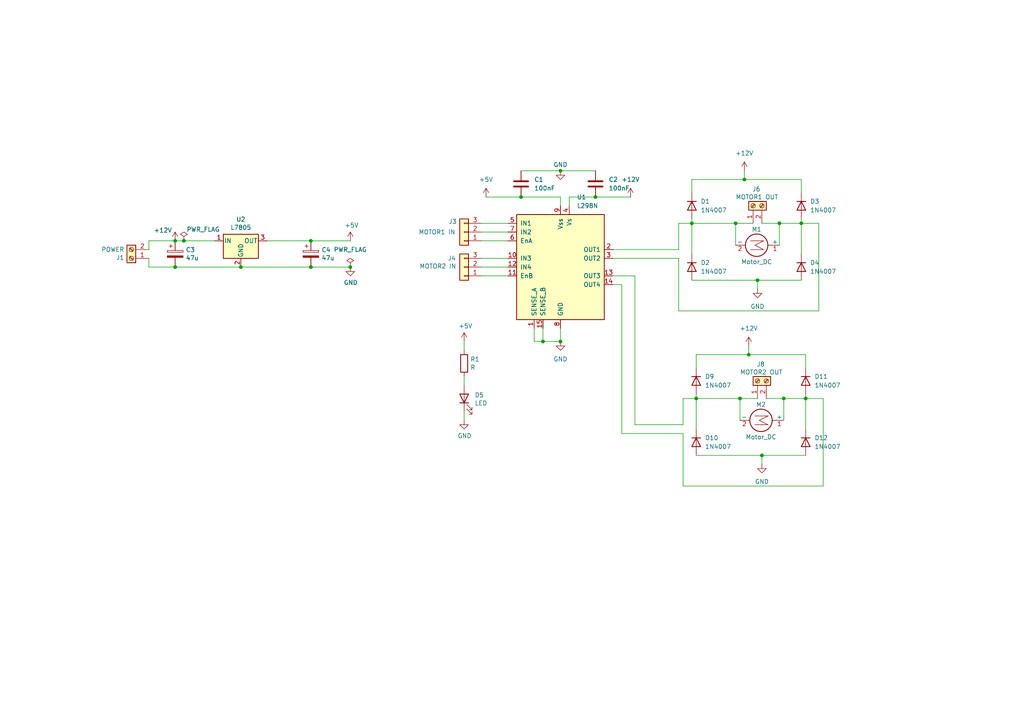
<source format=kicad_sch>
(kicad_sch
	(version 20231120)
	(generator "eeschema")
	(generator_version "8.0")
	(uuid "0775bf95-e4fb-4043-9fe8-3860eef230b1")
	(paper "A4")
	(lib_symbols
		(symbol "Connector:Screw_Terminal_01x02"
			(pin_names
				(offset 1.016) hide)
			(exclude_from_sim no)
			(in_bom yes)
			(on_board yes)
			(property "Reference" "J"
				(at 0 2.54 0)
				(effects
					(font
						(size 1.27 1.27)
					)
				)
			)
			(property "Value" "Screw_Terminal_01x02"
				(at 0 -5.08 0)
				(effects
					(font
						(size 1.27 1.27)
					)
				)
			)
			(property "Footprint" ""
				(at 0 0 0)
				(effects
					(font
						(size 1.27 1.27)
					)
					(hide yes)
				)
			)
			(property "Datasheet" "~"
				(at 0 0 0)
				(effects
					(font
						(size 1.27 1.27)
					)
					(hide yes)
				)
			)
			(property "Description" "Generic screw terminal, single row, 01x02, script generated (kicad-library-utils/schlib/autogen/connector/)"
				(at 0 0 0)
				(effects
					(font
						(size 1.27 1.27)
					)
					(hide yes)
				)
			)
			(property "ki_keywords" "screw terminal"
				(at 0 0 0)
				(effects
					(font
						(size 1.27 1.27)
					)
					(hide yes)
				)
			)
			(property "ki_fp_filters" "TerminalBlock*:*"
				(at 0 0 0)
				(effects
					(font
						(size 1.27 1.27)
					)
					(hide yes)
				)
			)
			(symbol "Screw_Terminal_01x02_1_1"
				(rectangle
					(start -1.27 1.27)
					(end 1.27 -3.81)
					(stroke
						(width 0.254)
						(type default)
					)
					(fill
						(type background)
					)
				)
				(circle
					(center 0 -2.54)
					(radius 0.635)
					(stroke
						(width 0.1524)
						(type default)
					)
					(fill
						(type none)
					)
				)
				(polyline
					(pts
						(xy -0.5334 -2.2098) (xy 0.3302 -3.048)
					)
					(stroke
						(width 0.1524)
						(type default)
					)
					(fill
						(type none)
					)
				)
				(polyline
					(pts
						(xy -0.5334 0.3302) (xy 0.3302 -0.508)
					)
					(stroke
						(width 0.1524)
						(type default)
					)
					(fill
						(type none)
					)
				)
				(polyline
					(pts
						(xy -0.3556 -2.032) (xy 0.508 -2.8702)
					)
					(stroke
						(width 0.1524)
						(type default)
					)
					(fill
						(type none)
					)
				)
				(polyline
					(pts
						(xy -0.3556 0.508) (xy 0.508 -0.3302)
					)
					(stroke
						(width 0.1524)
						(type default)
					)
					(fill
						(type none)
					)
				)
				(circle
					(center 0 0)
					(radius 0.635)
					(stroke
						(width 0.1524)
						(type default)
					)
					(fill
						(type none)
					)
				)
				(pin passive line
					(at -5.08 0 0)
					(length 3.81)
					(name "Pin_1"
						(effects
							(font
								(size 1.27 1.27)
							)
						)
					)
					(number "1"
						(effects
							(font
								(size 1.27 1.27)
							)
						)
					)
				)
				(pin passive line
					(at -5.08 -2.54 0)
					(length 3.81)
					(name "Pin_2"
						(effects
							(font
								(size 1.27 1.27)
							)
						)
					)
					(number "2"
						(effects
							(font
								(size 1.27 1.27)
							)
						)
					)
				)
			)
		)
		(symbol "Connector_Generic:Conn_01x03"
			(pin_names
				(offset 1.016) hide)
			(exclude_from_sim no)
			(in_bom yes)
			(on_board yes)
			(property "Reference" "J"
				(at 0 5.08 0)
				(effects
					(font
						(size 1.27 1.27)
					)
				)
			)
			(property "Value" "Conn_01x03"
				(at 0 -5.08 0)
				(effects
					(font
						(size 1.27 1.27)
					)
				)
			)
			(property "Footprint" ""
				(at 0 0 0)
				(effects
					(font
						(size 1.27 1.27)
					)
					(hide yes)
				)
			)
			(property "Datasheet" "~"
				(at 0 0 0)
				(effects
					(font
						(size 1.27 1.27)
					)
					(hide yes)
				)
			)
			(property "Description" "Generic connector, single row, 01x03, script generated (kicad-library-utils/schlib/autogen/connector/)"
				(at 0 0 0)
				(effects
					(font
						(size 1.27 1.27)
					)
					(hide yes)
				)
			)
			(property "ki_keywords" "connector"
				(at 0 0 0)
				(effects
					(font
						(size 1.27 1.27)
					)
					(hide yes)
				)
			)
			(property "ki_fp_filters" "Connector*:*_1x??_*"
				(at 0 0 0)
				(effects
					(font
						(size 1.27 1.27)
					)
					(hide yes)
				)
			)
			(symbol "Conn_01x03_1_1"
				(rectangle
					(start -1.27 -2.413)
					(end 0 -2.667)
					(stroke
						(width 0.1524)
						(type default)
					)
					(fill
						(type none)
					)
				)
				(rectangle
					(start -1.27 0.127)
					(end 0 -0.127)
					(stroke
						(width 0.1524)
						(type default)
					)
					(fill
						(type none)
					)
				)
				(rectangle
					(start -1.27 2.667)
					(end 0 2.413)
					(stroke
						(width 0.1524)
						(type default)
					)
					(fill
						(type none)
					)
				)
				(rectangle
					(start -1.27 3.81)
					(end 1.27 -3.81)
					(stroke
						(width 0.254)
						(type default)
					)
					(fill
						(type background)
					)
				)
				(pin passive line
					(at -5.08 2.54 0)
					(length 3.81)
					(name "Pin_1"
						(effects
							(font
								(size 1.27 1.27)
							)
						)
					)
					(number "1"
						(effects
							(font
								(size 1.27 1.27)
							)
						)
					)
				)
				(pin passive line
					(at -5.08 0 0)
					(length 3.81)
					(name "Pin_2"
						(effects
							(font
								(size 1.27 1.27)
							)
						)
					)
					(number "2"
						(effects
							(font
								(size 1.27 1.27)
							)
						)
					)
				)
				(pin passive line
					(at -5.08 -2.54 0)
					(length 3.81)
					(name "Pin_3"
						(effects
							(font
								(size 1.27 1.27)
							)
						)
					)
					(number "3"
						(effects
							(font
								(size 1.27 1.27)
							)
						)
					)
				)
			)
		)
		(symbol "Device:C"
			(pin_numbers hide)
			(pin_names
				(offset 0.254)
			)
			(exclude_from_sim no)
			(in_bom yes)
			(on_board yes)
			(property "Reference" "C"
				(at 0.635 2.54 0)
				(effects
					(font
						(size 1.27 1.27)
					)
					(justify left)
				)
			)
			(property "Value" "C"
				(at 0.635 -2.54 0)
				(effects
					(font
						(size 1.27 1.27)
					)
					(justify left)
				)
			)
			(property "Footprint" ""
				(at 0.9652 -3.81 0)
				(effects
					(font
						(size 1.27 1.27)
					)
					(hide yes)
				)
			)
			(property "Datasheet" "~"
				(at 0 0 0)
				(effects
					(font
						(size 1.27 1.27)
					)
					(hide yes)
				)
			)
			(property "Description" "Unpolarized capacitor"
				(at 0 0 0)
				(effects
					(font
						(size 1.27 1.27)
					)
					(hide yes)
				)
			)
			(property "ki_keywords" "cap capacitor"
				(at 0 0 0)
				(effects
					(font
						(size 1.27 1.27)
					)
					(hide yes)
				)
			)
			(property "ki_fp_filters" "C_*"
				(at 0 0 0)
				(effects
					(font
						(size 1.27 1.27)
					)
					(hide yes)
				)
			)
			(symbol "C_0_1"
				(polyline
					(pts
						(xy -2.032 -0.762) (xy 2.032 -0.762)
					)
					(stroke
						(width 0.508)
						(type default)
					)
					(fill
						(type none)
					)
				)
				(polyline
					(pts
						(xy -2.032 0.762) (xy 2.032 0.762)
					)
					(stroke
						(width 0.508)
						(type default)
					)
					(fill
						(type none)
					)
				)
			)
			(symbol "C_1_1"
				(pin passive line
					(at 0 3.81 270)
					(length 2.794)
					(name "~"
						(effects
							(font
								(size 1.27 1.27)
							)
						)
					)
					(number "1"
						(effects
							(font
								(size 1.27 1.27)
							)
						)
					)
				)
				(pin passive line
					(at 0 -3.81 90)
					(length 2.794)
					(name "~"
						(effects
							(font
								(size 1.27 1.27)
							)
						)
					)
					(number "2"
						(effects
							(font
								(size 1.27 1.27)
							)
						)
					)
				)
			)
		)
		(symbol "Device:LED"
			(pin_numbers hide)
			(pin_names
				(offset 1.016) hide)
			(exclude_from_sim no)
			(in_bom yes)
			(on_board yes)
			(property "Reference" "D"
				(at 0 2.54 0)
				(effects
					(font
						(size 1.27 1.27)
					)
				)
			)
			(property "Value" "LED"
				(at 0 -2.54 0)
				(effects
					(font
						(size 1.27 1.27)
					)
				)
			)
			(property "Footprint" ""
				(at 0 0 0)
				(effects
					(font
						(size 1.27 1.27)
					)
					(hide yes)
				)
			)
			(property "Datasheet" "~"
				(at 0 0 0)
				(effects
					(font
						(size 1.27 1.27)
					)
					(hide yes)
				)
			)
			(property "Description" "Light emitting diode"
				(at 0 0 0)
				(effects
					(font
						(size 1.27 1.27)
					)
					(hide yes)
				)
			)
			(property "ki_keywords" "LED diode"
				(at 0 0 0)
				(effects
					(font
						(size 1.27 1.27)
					)
					(hide yes)
				)
			)
			(property "ki_fp_filters" "LED* LED_SMD:* LED_THT:*"
				(at 0 0 0)
				(effects
					(font
						(size 1.27 1.27)
					)
					(hide yes)
				)
			)
			(symbol "LED_0_1"
				(polyline
					(pts
						(xy -1.27 -1.27) (xy -1.27 1.27)
					)
					(stroke
						(width 0.254)
						(type default)
					)
					(fill
						(type none)
					)
				)
				(polyline
					(pts
						(xy -1.27 0) (xy 1.27 0)
					)
					(stroke
						(width 0)
						(type default)
					)
					(fill
						(type none)
					)
				)
				(polyline
					(pts
						(xy 1.27 -1.27) (xy 1.27 1.27) (xy -1.27 0) (xy 1.27 -1.27)
					)
					(stroke
						(width 0.254)
						(type default)
					)
					(fill
						(type none)
					)
				)
				(polyline
					(pts
						(xy -3.048 -0.762) (xy -4.572 -2.286) (xy -3.81 -2.286) (xy -4.572 -2.286) (xy -4.572 -1.524)
					)
					(stroke
						(width 0)
						(type default)
					)
					(fill
						(type none)
					)
				)
				(polyline
					(pts
						(xy -1.778 -0.762) (xy -3.302 -2.286) (xy -2.54 -2.286) (xy -3.302 -2.286) (xy -3.302 -1.524)
					)
					(stroke
						(width 0)
						(type default)
					)
					(fill
						(type none)
					)
				)
			)
			(symbol "LED_1_1"
				(pin passive line
					(at -3.81 0 0)
					(length 2.54)
					(name "K"
						(effects
							(font
								(size 1.27 1.27)
							)
						)
					)
					(number "1"
						(effects
							(font
								(size 1.27 1.27)
							)
						)
					)
				)
				(pin passive line
					(at 3.81 0 180)
					(length 2.54)
					(name "A"
						(effects
							(font
								(size 1.27 1.27)
							)
						)
					)
					(number "2"
						(effects
							(font
								(size 1.27 1.27)
							)
						)
					)
				)
			)
		)
		(symbol "Device:R"
			(pin_numbers hide)
			(pin_names
				(offset 0)
			)
			(exclude_from_sim no)
			(in_bom yes)
			(on_board yes)
			(property "Reference" "R"
				(at 2.032 0 90)
				(effects
					(font
						(size 1.27 1.27)
					)
				)
			)
			(property "Value" "R"
				(at 0 0 90)
				(effects
					(font
						(size 1.27 1.27)
					)
				)
			)
			(property "Footprint" ""
				(at -1.778 0 90)
				(effects
					(font
						(size 1.27 1.27)
					)
					(hide yes)
				)
			)
			(property "Datasheet" "~"
				(at 0 0 0)
				(effects
					(font
						(size 1.27 1.27)
					)
					(hide yes)
				)
			)
			(property "Description" "Resistor"
				(at 0 0 0)
				(effects
					(font
						(size 1.27 1.27)
					)
					(hide yes)
				)
			)
			(property "ki_keywords" "R res resistor"
				(at 0 0 0)
				(effects
					(font
						(size 1.27 1.27)
					)
					(hide yes)
				)
			)
			(property "ki_fp_filters" "R_*"
				(at 0 0 0)
				(effects
					(font
						(size 1.27 1.27)
					)
					(hide yes)
				)
			)
			(symbol "R_0_1"
				(rectangle
					(start -1.016 -2.54)
					(end 1.016 2.54)
					(stroke
						(width 0.254)
						(type default)
					)
					(fill
						(type none)
					)
				)
			)
			(symbol "R_1_1"
				(pin passive line
					(at 0 3.81 270)
					(length 1.27)
					(name "~"
						(effects
							(font
								(size 1.27 1.27)
							)
						)
					)
					(number "1"
						(effects
							(font
								(size 1.27 1.27)
							)
						)
					)
				)
				(pin passive line
					(at 0 -3.81 90)
					(length 1.27)
					(name "~"
						(effects
							(font
								(size 1.27 1.27)
							)
						)
					)
					(number "2"
						(effects
							(font
								(size 1.27 1.27)
							)
						)
					)
				)
			)
		)
		(symbol "Diode:1N4007"
			(pin_numbers hide)
			(pin_names hide)
			(exclude_from_sim no)
			(in_bom yes)
			(on_board yes)
			(property "Reference" "D"
				(at 0 2.54 0)
				(effects
					(font
						(size 1.27 1.27)
					)
				)
			)
			(property "Value" "1N4007"
				(at 0 -2.54 0)
				(effects
					(font
						(size 1.27 1.27)
					)
				)
			)
			(property "Footprint" "Diode_THT:D_DO-41_SOD81_P10.16mm_Horizontal"
				(at 0 -4.445 0)
				(effects
					(font
						(size 1.27 1.27)
					)
					(hide yes)
				)
			)
			(property "Datasheet" "http://www.vishay.com/docs/88503/1n4001.pdf"
				(at 0 0 0)
				(effects
					(font
						(size 1.27 1.27)
					)
					(hide yes)
				)
			)
			(property "Description" "1000V 1A General Purpose Rectifier Diode, DO-41"
				(at 0 0 0)
				(effects
					(font
						(size 1.27 1.27)
					)
					(hide yes)
				)
			)
			(property "Sim.Device" "D"
				(at 0 0 0)
				(effects
					(font
						(size 1.27 1.27)
					)
					(hide yes)
				)
			)
			(property "Sim.Pins" "1=K 2=A"
				(at 0 0 0)
				(effects
					(font
						(size 1.27 1.27)
					)
					(hide yes)
				)
			)
			(property "ki_keywords" "diode"
				(at 0 0 0)
				(effects
					(font
						(size 1.27 1.27)
					)
					(hide yes)
				)
			)
			(property "ki_fp_filters" "D*DO?41*"
				(at 0 0 0)
				(effects
					(font
						(size 1.27 1.27)
					)
					(hide yes)
				)
			)
			(symbol "1N4007_0_1"
				(polyline
					(pts
						(xy -1.27 1.27) (xy -1.27 -1.27)
					)
					(stroke
						(width 0.254)
						(type default)
					)
					(fill
						(type none)
					)
				)
				(polyline
					(pts
						(xy 1.27 0) (xy -1.27 0)
					)
					(stroke
						(width 0)
						(type default)
					)
					(fill
						(type none)
					)
				)
				(polyline
					(pts
						(xy 1.27 1.27) (xy 1.27 -1.27) (xy -1.27 0) (xy 1.27 1.27)
					)
					(stroke
						(width 0.254)
						(type default)
					)
					(fill
						(type none)
					)
				)
			)
			(symbol "1N4007_1_1"
				(pin passive line
					(at -3.81 0 0)
					(length 2.54)
					(name "K"
						(effects
							(font
								(size 1.27 1.27)
							)
						)
					)
					(number "1"
						(effects
							(font
								(size 1.27 1.27)
							)
						)
					)
				)
				(pin passive line
					(at 3.81 0 180)
					(length 2.54)
					(name "A"
						(effects
							(font
								(size 1.27 1.27)
							)
						)
					)
					(number "2"
						(effects
							(font
								(size 1.27 1.27)
							)
						)
					)
				)
			)
		)
		(symbol "Driver_Motor:L298N"
			(pin_names
				(offset 1.016)
			)
			(exclude_from_sim no)
			(in_bom yes)
			(on_board yes)
			(property "Reference" "U"
				(at -10.16 16.51 0)
				(effects
					(font
						(size 1.27 1.27)
					)
					(justify right)
				)
			)
			(property "Value" "L298N"
				(at 12.7 16.51 0)
				(effects
					(font
						(size 1.27 1.27)
					)
					(justify right)
				)
			)
			(property "Footprint" "Package_TO_SOT_THT:TO-220-15_P2.54x2.54mm_StaggerOdd_Lead4.58mm_Vertical"
				(at 1.27 -16.51 0)
				(effects
					(font
						(size 1.27 1.27)
					)
					(justify left)
					(hide yes)
				)
			)
			(property "Datasheet" "http://www.st.com/st-web-ui/static/active/en/resource/technical/document/datasheet/CD00000240.pdf"
				(at 3.81 6.35 0)
				(effects
					(font
						(size 1.27 1.27)
					)
					(hide yes)
				)
			)
			(property "Description" "Dual full bridge motor driver, up to 46V, 4A, Multiwatt15-V"
				(at 0 0 0)
				(effects
					(font
						(size 1.27 1.27)
					)
					(hide yes)
				)
			)
			(property "ki_keywords" "H-bridge motor driver"
				(at 0 0 0)
				(effects
					(font
						(size 1.27 1.27)
					)
					(hide yes)
				)
			)
			(property "ki_fp_filters" "TO?220*StaggerOdd*Vertical*"
				(at 0 0 0)
				(effects
					(font
						(size 1.27 1.27)
					)
					(hide yes)
				)
			)
			(symbol "L298N_0_1"
				(rectangle
					(start -12.7 15.24)
					(end 12.7 -15.24)
					(stroke
						(width 0.254)
						(type default)
					)
					(fill
						(type background)
					)
				)
			)
			(symbol "L298N_1_1"
				(pin power_in line
					(at -7.62 -17.78 90)
					(length 2.54)
					(name "SENSE_A"
						(effects
							(font
								(size 1.27 1.27)
							)
						)
					)
					(number "1"
						(effects
							(font
								(size 1.27 1.27)
							)
						)
					)
				)
				(pin input line
					(at -15.24 2.54 0)
					(length 2.54)
					(name "IN3"
						(effects
							(font
								(size 1.27 1.27)
							)
						)
					)
					(number "10"
						(effects
							(font
								(size 1.27 1.27)
							)
						)
					)
				)
				(pin input line
					(at -15.24 -2.54 0)
					(length 2.54)
					(name "EnB"
						(effects
							(font
								(size 1.27 1.27)
							)
						)
					)
					(number "11"
						(effects
							(font
								(size 1.27 1.27)
							)
						)
					)
				)
				(pin input line
					(at -15.24 0 0)
					(length 2.54)
					(name "IN4"
						(effects
							(font
								(size 1.27 1.27)
							)
						)
					)
					(number "12"
						(effects
							(font
								(size 1.27 1.27)
							)
						)
					)
				)
				(pin output line
					(at 15.24 -2.54 180)
					(length 2.54)
					(name "OUT3"
						(effects
							(font
								(size 1.27 1.27)
							)
						)
					)
					(number "13"
						(effects
							(font
								(size 1.27 1.27)
							)
						)
					)
				)
				(pin output line
					(at 15.24 -5.08 180)
					(length 2.54)
					(name "OUT4"
						(effects
							(font
								(size 1.27 1.27)
							)
						)
					)
					(number "14"
						(effects
							(font
								(size 1.27 1.27)
							)
						)
					)
				)
				(pin power_in line
					(at -5.08 -17.78 90)
					(length 2.54)
					(name "SENSE_B"
						(effects
							(font
								(size 1.27 1.27)
							)
						)
					)
					(number "15"
						(effects
							(font
								(size 1.27 1.27)
							)
						)
					)
				)
				(pin output line
					(at 15.24 5.08 180)
					(length 2.54)
					(name "OUT1"
						(effects
							(font
								(size 1.27 1.27)
							)
						)
					)
					(number "2"
						(effects
							(font
								(size 1.27 1.27)
							)
						)
					)
				)
				(pin output line
					(at 15.24 2.54 180)
					(length 2.54)
					(name "OUT2"
						(effects
							(font
								(size 1.27 1.27)
							)
						)
					)
					(number "3"
						(effects
							(font
								(size 1.27 1.27)
							)
						)
					)
				)
				(pin power_in line
					(at 2.54 17.78 270)
					(length 2.54)
					(name "Vs"
						(effects
							(font
								(size 1.27 1.27)
							)
						)
					)
					(number "4"
						(effects
							(font
								(size 1.27 1.27)
							)
						)
					)
				)
				(pin input line
					(at -15.24 12.7 0)
					(length 2.54)
					(name "IN1"
						(effects
							(font
								(size 1.27 1.27)
							)
						)
					)
					(number "5"
						(effects
							(font
								(size 1.27 1.27)
							)
						)
					)
				)
				(pin input line
					(at -15.24 7.62 0)
					(length 2.54)
					(name "EnA"
						(effects
							(font
								(size 1.27 1.27)
							)
						)
					)
					(number "6"
						(effects
							(font
								(size 1.27 1.27)
							)
						)
					)
				)
				(pin input line
					(at -15.24 10.16 0)
					(length 2.54)
					(name "IN2"
						(effects
							(font
								(size 1.27 1.27)
							)
						)
					)
					(number "7"
						(effects
							(font
								(size 1.27 1.27)
							)
						)
					)
				)
				(pin power_in line
					(at 0 -17.78 90)
					(length 2.54)
					(name "GND"
						(effects
							(font
								(size 1.27 1.27)
							)
						)
					)
					(number "8"
						(effects
							(font
								(size 1.27 1.27)
							)
						)
					)
				)
				(pin power_in line
					(at 0 17.78 270)
					(length 2.54)
					(name "Vss"
						(effects
							(font
								(size 1.27 1.27)
							)
						)
					)
					(number "9"
						(effects
							(font
								(size 1.27 1.27)
							)
						)
					)
				)
			)
		)
		(symbol "L298 Module-rescue:+5V-power"
			(power)
			(pin_names
				(offset 0)
			)
			(exclude_from_sim no)
			(in_bom yes)
			(on_board yes)
			(property "Reference" "#PWR"
				(at 0 -3.81 0)
				(effects
					(font
						(size 1.27 1.27)
					)
					(hide yes)
				)
			)
			(property "Value" "power_+5V"
				(at 0 3.556 0)
				(effects
					(font
						(size 1.27 1.27)
					)
				)
			)
			(property "Footprint" ""
				(at 0 0 0)
				(effects
					(font
						(size 1.27 1.27)
					)
					(hide yes)
				)
			)
			(property "Datasheet" ""
				(at 0 0 0)
				(effects
					(font
						(size 1.27 1.27)
					)
					(hide yes)
				)
			)
			(property "Description" ""
				(at 0 0 0)
				(effects
					(font
						(size 1.27 1.27)
					)
					(hide yes)
				)
			)
			(symbol "+5V-power_0_1"
				(polyline
					(pts
						(xy -0.762 1.27) (xy 0 2.54)
					)
					(stroke
						(width 0)
						(type solid)
					)
					(fill
						(type none)
					)
				)
				(polyline
					(pts
						(xy 0 0) (xy 0 2.54)
					)
					(stroke
						(width 0)
						(type solid)
					)
					(fill
						(type none)
					)
				)
				(polyline
					(pts
						(xy 0 2.54) (xy 0.762 1.27)
					)
					(stroke
						(width 0)
						(type solid)
					)
					(fill
						(type none)
					)
				)
			)
			(symbol "+5V-power_1_1"
				(pin power_in line
					(at 0 0 90)
					(length 0) hide
					(name "+5V"
						(effects
							(font
								(size 1.27 1.27)
							)
						)
					)
					(number "1"
						(effects
							(font
								(size 1.27 1.27)
							)
						)
					)
				)
			)
		)
		(symbol "L298 Module-rescue:CP-Device"
			(pin_numbers hide)
			(pin_names
				(offset 0.254)
			)
			(exclude_from_sim no)
			(in_bom yes)
			(on_board yes)
			(property "Reference" "C"
				(at 0.635 2.54 0)
				(effects
					(font
						(size 1.27 1.27)
					)
					(justify left)
				)
			)
			(property "Value" "Device_CP"
				(at 0.635 -2.54 0)
				(effects
					(font
						(size 1.27 1.27)
					)
					(justify left)
				)
			)
			(property "Footprint" ""
				(at 0.9652 -3.81 0)
				(effects
					(font
						(size 1.27 1.27)
					)
					(hide yes)
				)
			)
			(property "Datasheet" ""
				(at 0 0 0)
				(effects
					(font
						(size 1.27 1.27)
					)
					(hide yes)
				)
			)
			(property "Description" ""
				(at 0 0 0)
				(effects
					(font
						(size 1.27 1.27)
					)
					(hide yes)
				)
			)
			(property "ki_fp_filters" "CP_*"
				(at 0 0 0)
				(effects
					(font
						(size 1.27 1.27)
					)
					(hide yes)
				)
			)
			(symbol "CP-Device_0_1"
				(rectangle
					(start -2.286 0.508)
					(end 2.286 1.016)
					(stroke
						(width 0)
						(type solid)
					)
					(fill
						(type none)
					)
				)
				(polyline
					(pts
						(xy -1.778 2.286) (xy -0.762 2.286)
					)
					(stroke
						(width 0)
						(type solid)
					)
					(fill
						(type none)
					)
				)
				(polyline
					(pts
						(xy -1.27 2.794) (xy -1.27 1.778)
					)
					(stroke
						(width 0)
						(type solid)
					)
					(fill
						(type none)
					)
				)
				(rectangle
					(start 2.286 -0.508)
					(end -2.286 -1.016)
					(stroke
						(width 0)
						(type solid)
					)
					(fill
						(type outline)
					)
				)
			)
			(symbol "CP-Device_1_1"
				(pin passive line
					(at 0 3.81 270)
					(length 2.794)
					(name "~"
						(effects
							(font
								(size 1.27 1.27)
							)
						)
					)
					(number "1"
						(effects
							(font
								(size 1.27 1.27)
							)
						)
					)
				)
				(pin passive line
					(at 0 -3.81 90)
					(length 2.794)
					(name "~"
						(effects
							(font
								(size 1.27 1.27)
							)
						)
					)
					(number "2"
						(effects
							(font
								(size 1.27 1.27)
							)
						)
					)
				)
			)
		)
		(symbol "L298 Module-rescue:GND-power"
			(power)
			(pin_names
				(offset 0)
			)
			(exclude_from_sim no)
			(in_bom yes)
			(on_board yes)
			(property "Reference" "#PWR"
				(at 0 -6.35 0)
				(effects
					(font
						(size 1.27 1.27)
					)
					(hide yes)
				)
			)
			(property "Value" "power_GND"
				(at 0 -3.81 0)
				(effects
					(font
						(size 1.27 1.27)
					)
				)
			)
			(property "Footprint" ""
				(at 0 0 0)
				(effects
					(font
						(size 1.27 1.27)
					)
					(hide yes)
				)
			)
			(property "Datasheet" ""
				(at 0 0 0)
				(effects
					(font
						(size 1.27 1.27)
					)
					(hide yes)
				)
			)
			(property "Description" ""
				(at 0 0 0)
				(effects
					(font
						(size 1.27 1.27)
					)
					(hide yes)
				)
			)
			(symbol "GND-power_0_1"
				(polyline
					(pts
						(xy 0 0) (xy 0 -1.27) (xy 1.27 -1.27) (xy 0 -2.54) (xy -1.27 -1.27) (xy 0 -1.27)
					)
					(stroke
						(width 0)
						(type solid)
					)
					(fill
						(type none)
					)
				)
			)
			(symbol "GND-power_1_1"
				(pin power_in line
					(at 0 0 270)
					(length 0) hide
					(name "GND"
						(effects
							(font
								(size 1.27 1.27)
							)
						)
					)
					(number "1"
						(effects
							(font
								(size 1.27 1.27)
							)
						)
					)
				)
			)
		)
		(symbol "Motor:Motor_DC"
			(pin_names
				(offset 0)
			)
			(exclude_from_sim no)
			(in_bom yes)
			(on_board yes)
			(property "Reference" "M"
				(at 2.54 2.54 0)
				(effects
					(font
						(size 1.27 1.27)
					)
					(justify left)
				)
			)
			(property "Value" "Motor_DC"
				(at 2.54 -5.08 0)
				(effects
					(font
						(size 1.27 1.27)
					)
					(justify left top)
				)
			)
			(property "Footprint" ""
				(at 0 -2.286 0)
				(effects
					(font
						(size 1.27 1.27)
					)
					(hide yes)
				)
			)
			(property "Datasheet" "~"
				(at 0 -2.286 0)
				(effects
					(font
						(size 1.27 1.27)
					)
					(hide yes)
				)
			)
			(property "Description" "DC Motor"
				(at 0 0 0)
				(effects
					(font
						(size 1.27 1.27)
					)
					(hide yes)
				)
			)
			(property "ki_keywords" "DC Motor"
				(at 0 0 0)
				(effects
					(font
						(size 1.27 1.27)
					)
					(hide yes)
				)
			)
			(property "ki_fp_filters" "PinHeader*P2.54mm* TerminalBlock*"
				(at 0 0 0)
				(effects
					(font
						(size 1.27 1.27)
					)
					(hide yes)
				)
			)
			(symbol "Motor_DC_0_0"
				(polyline
					(pts
						(xy -1.27 -3.302) (xy -1.27 0.508) (xy 0 -2.032) (xy 1.27 0.508) (xy 1.27 -3.302)
					)
					(stroke
						(width 0)
						(type default)
					)
					(fill
						(type none)
					)
				)
			)
			(symbol "Motor_DC_0_1"
				(circle
					(center 0 -1.524)
					(radius 3.2512)
					(stroke
						(width 0.254)
						(type default)
					)
					(fill
						(type none)
					)
				)
				(polyline
					(pts
						(xy 0 -7.62) (xy 0 -7.112)
					)
					(stroke
						(width 0)
						(type default)
					)
					(fill
						(type none)
					)
				)
				(polyline
					(pts
						(xy 0 -4.7752) (xy 0 -5.1816)
					)
					(stroke
						(width 0)
						(type default)
					)
					(fill
						(type none)
					)
				)
				(polyline
					(pts
						(xy 0 1.7272) (xy 0 2.0828)
					)
					(stroke
						(width 0)
						(type default)
					)
					(fill
						(type none)
					)
				)
				(polyline
					(pts
						(xy 0 2.032) (xy 0 2.54)
					)
					(stroke
						(width 0)
						(type default)
					)
					(fill
						(type none)
					)
				)
			)
			(symbol "Motor_DC_1_1"
				(pin passive line
					(at 0 5.08 270)
					(length 2.54)
					(name "+"
						(effects
							(font
								(size 1.27 1.27)
							)
						)
					)
					(number "1"
						(effects
							(font
								(size 1.27 1.27)
							)
						)
					)
				)
				(pin passive line
					(at 0 -7.62 90)
					(length 2.54)
					(name "-"
						(effects
							(font
								(size 1.27 1.27)
							)
						)
					)
					(number "2"
						(effects
							(font
								(size 1.27 1.27)
							)
						)
					)
				)
			)
		)
		(symbol "Regulator_Linear:L7805"
			(pin_names
				(offset 0.254)
			)
			(exclude_from_sim no)
			(in_bom yes)
			(on_board yes)
			(property "Reference" "U"
				(at -3.81 3.175 0)
				(effects
					(font
						(size 1.27 1.27)
					)
				)
			)
			(property "Value" "L7805"
				(at 0 3.175 0)
				(effects
					(font
						(size 1.27 1.27)
					)
					(justify left)
				)
			)
			(property "Footprint" ""
				(at 0.635 -3.81 0)
				(effects
					(font
						(size 1.27 1.27)
						(italic yes)
					)
					(justify left)
					(hide yes)
				)
			)
			(property "Datasheet" "http://www.st.com/content/ccc/resource/technical/document/datasheet/41/4f/b3/b0/12/d4/47/88/CD00000444.pdf/files/CD00000444.pdf/jcr:content/translations/en.CD00000444.pdf"
				(at 0 -1.27 0)
				(effects
					(font
						(size 1.27 1.27)
					)
					(hide yes)
				)
			)
			(property "Description" "Positive 1.5A 35V Linear Regulator, Fixed Output 5V, TO-220/TO-263/TO-252"
				(at 0 0 0)
				(effects
					(font
						(size 1.27 1.27)
					)
					(hide yes)
				)
			)
			(property "ki_keywords" "Voltage Regulator 1.5A Positive"
				(at 0 0 0)
				(effects
					(font
						(size 1.27 1.27)
					)
					(hide yes)
				)
			)
			(property "ki_fp_filters" "TO?252* TO?263* TO?220*"
				(at 0 0 0)
				(effects
					(font
						(size 1.27 1.27)
					)
					(hide yes)
				)
			)
			(symbol "L7805_0_1"
				(rectangle
					(start -5.08 1.905)
					(end 5.08 -5.08)
					(stroke
						(width 0.254)
						(type default)
					)
					(fill
						(type background)
					)
				)
			)
			(symbol "L7805_1_1"
				(pin power_in line
					(at -7.62 0 0)
					(length 2.54)
					(name "IN"
						(effects
							(font
								(size 1.27 1.27)
							)
						)
					)
					(number "1"
						(effects
							(font
								(size 1.27 1.27)
							)
						)
					)
				)
				(pin power_in line
					(at 0 -7.62 90)
					(length 2.54)
					(name "GND"
						(effects
							(font
								(size 1.27 1.27)
							)
						)
					)
					(number "2"
						(effects
							(font
								(size 1.27 1.27)
							)
						)
					)
				)
				(pin power_out line
					(at 7.62 0 180)
					(length 2.54)
					(name "OUT"
						(effects
							(font
								(size 1.27 1.27)
							)
						)
					)
					(number "3"
						(effects
							(font
								(size 1.27 1.27)
							)
						)
					)
				)
			)
		)
		(symbol "power:+12V"
			(power)
			(pin_numbers hide)
			(pin_names
				(offset 0) hide)
			(exclude_from_sim no)
			(in_bom yes)
			(on_board yes)
			(property "Reference" "#PWR"
				(at 0 -3.81 0)
				(effects
					(font
						(size 1.27 1.27)
					)
					(hide yes)
				)
			)
			(property "Value" "+12V"
				(at 0 3.556 0)
				(effects
					(font
						(size 1.27 1.27)
					)
				)
			)
			(property "Footprint" ""
				(at 0 0 0)
				(effects
					(font
						(size 1.27 1.27)
					)
					(hide yes)
				)
			)
			(property "Datasheet" ""
				(at 0 0 0)
				(effects
					(font
						(size 1.27 1.27)
					)
					(hide yes)
				)
			)
			(property "Description" "Power symbol creates a global label with name \"+12V\""
				(at 0 0 0)
				(effects
					(font
						(size 1.27 1.27)
					)
					(hide yes)
				)
			)
			(property "ki_keywords" "global power"
				(at 0 0 0)
				(effects
					(font
						(size 1.27 1.27)
					)
					(hide yes)
				)
			)
			(symbol "+12V_0_1"
				(polyline
					(pts
						(xy -0.762 1.27) (xy 0 2.54)
					)
					(stroke
						(width 0)
						(type default)
					)
					(fill
						(type none)
					)
				)
				(polyline
					(pts
						(xy 0 0) (xy 0 2.54)
					)
					(stroke
						(width 0)
						(type default)
					)
					(fill
						(type none)
					)
				)
				(polyline
					(pts
						(xy 0 2.54) (xy 0.762 1.27)
					)
					(stroke
						(width 0)
						(type default)
					)
					(fill
						(type none)
					)
				)
			)
			(symbol "+12V_1_1"
				(pin power_in line
					(at 0 0 90)
					(length 0)
					(name "~"
						(effects
							(font
								(size 1.27 1.27)
							)
						)
					)
					(number "1"
						(effects
							(font
								(size 1.27 1.27)
							)
						)
					)
				)
			)
		)
		(symbol "power:+5V"
			(power)
			(pin_numbers hide)
			(pin_names
				(offset 0) hide)
			(exclude_from_sim no)
			(in_bom yes)
			(on_board yes)
			(property "Reference" "#PWR"
				(at 0 -3.81 0)
				(effects
					(font
						(size 1.27 1.27)
					)
					(hide yes)
				)
			)
			(property "Value" "+5V"
				(at 0 3.556 0)
				(effects
					(font
						(size 1.27 1.27)
					)
				)
			)
			(property "Footprint" ""
				(at 0 0 0)
				(effects
					(font
						(size 1.27 1.27)
					)
					(hide yes)
				)
			)
			(property "Datasheet" ""
				(at 0 0 0)
				(effects
					(font
						(size 1.27 1.27)
					)
					(hide yes)
				)
			)
			(property "Description" "Power symbol creates a global label with name \"+5V\""
				(at 0 0 0)
				(effects
					(font
						(size 1.27 1.27)
					)
					(hide yes)
				)
			)
			(property "ki_keywords" "global power"
				(at 0 0 0)
				(effects
					(font
						(size 1.27 1.27)
					)
					(hide yes)
				)
			)
			(symbol "+5V_0_1"
				(polyline
					(pts
						(xy -0.762 1.27) (xy 0 2.54)
					)
					(stroke
						(width 0)
						(type default)
					)
					(fill
						(type none)
					)
				)
				(polyline
					(pts
						(xy 0 0) (xy 0 2.54)
					)
					(stroke
						(width 0)
						(type default)
					)
					(fill
						(type none)
					)
				)
				(polyline
					(pts
						(xy 0 2.54) (xy 0.762 1.27)
					)
					(stroke
						(width 0)
						(type default)
					)
					(fill
						(type none)
					)
				)
			)
			(symbol "+5V_1_1"
				(pin power_in line
					(at 0 0 90)
					(length 0)
					(name "~"
						(effects
							(font
								(size 1.27 1.27)
							)
						)
					)
					(number "1"
						(effects
							(font
								(size 1.27 1.27)
							)
						)
					)
				)
			)
		)
		(symbol "power:GND"
			(power)
			(pin_numbers hide)
			(pin_names
				(offset 0) hide)
			(exclude_from_sim no)
			(in_bom yes)
			(on_board yes)
			(property "Reference" "#PWR"
				(at 0 -6.35 0)
				(effects
					(font
						(size 1.27 1.27)
					)
					(hide yes)
				)
			)
			(property "Value" "GND"
				(at 0 -3.81 0)
				(effects
					(font
						(size 1.27 1.27)
					)
				)
			)
			(property "Footprint" ""
				(at 0 0 0)
				(effects
					(font
						(size 1.27 1.27)
					)
					(hide yes)
				)
			)
			(property "Datasheet" ""
				(at 0 0 0)
				(effects
					(font
						(size 1.27 1.27)
					)
					(hide yes)
				)
			)
			(property "Description" "Power symbol creates a global label with name \"GND\" , ground"
				(at 0 0 0)
				(effects
					(font
						(size 1.27 1.27)
					)
					(hide yes)
				)
			)
			(property "ki_keywords" "global power"
				(at 0 0 0)
				(effects
					(font
						(size 1.27 1.27)
					)
					(hide yes)
				)
			)
			(symbol "GND_0_1"
				(polyline
					(pts
						(xy 0 0) (xy 0 -1.27) (xy 1.27 -1.27) (xy 0 -2.54) (xy -1.27 -1.27) (xy 0 -1.27)
					)
					(stroke
						(width 0)
						(type default)
					)
					(fill
						(type none)
					)
				)
			)
			(symbol "GND_1_1"
				(pin power_in line
					(at 0 0 270)
					(length 0)
					(name "~"
						(effects
							(font
								(size 1.27 1.27)
							)
						)
					)
					(number "1"
						(effects
							(font
								(size 1.27 1.27)
							)
						)
					)
				)
			)
		)
		(symbol "power:PWR_FLAG"
			(power)
			(pin_numbers hide)
			(pin_names
				(offset 0) hide)
			(exclude_from_sim no)
			(in_bom yes)
			(on_board yes)
			(property "Reference" "#FLG"
				(at 0 1.905 0)
				(effects
					(font
						(size 1.27 1.27)
					)
					(hide yes)
				)
			)
			(property "Value" "PWR_FLAG"
				(at 0 3.81 0)
				(effects
					(font
						(size 1.27 1.27)
					)
				)
			)
			(property "Footprint" ""
				(at 0 0 0)
				(effects
					(font
						(size 1.27 1.27)
					)
					(hide yes)
				)
			)
			(property "Datasheet" "~"
				(at 0 0 0)
				(effects
					(font
						(size 1.27 1.27)
					)
					(hide yes)
				)
			)
			(property "Description" "Special symbol for telling ERC where power comes from"
				(at 0 0 0)
				(effects
					(font
						(size 1.27 1.27)
					)
					(hide yes)
				)
			)
			(property "ki_keywords" "flag power"
				(at 0 0 0)
				(effects
					(font
						(size 1.27 1.27)
					)
					(hide yes)
				)
			)
			(symbol "PWR_FLAG_0_0"
				(pin power_out line
					(at 0 0 90)
					(length 0)
					(name "~"
						(effects
							(font
								(size 1.27 1.27)
							)
						)
					)
					(number "1"
						(effects
							(font
								(size 1.27 1.27)
							)
						)
					)
				)
			)
			(symbol "PWR_FLAG_0_1"
				(polyline
					(pts
						(xy 0 0) (xy 0 1.27) (xy -1.016 1.905) (xy 0 2.54) (xy 1.016 1.905) (xy 0 1.27)
					)
					(stroke
						(width 0)
						(type default)
					)
					(fill
						(type none)
					)
				)
			)
		)
	)
	(junction
		(at 232.41 64.77)
		(diameter 0)
		(color 0 0 0 0)
		(uuid "018cf90b-e151-48c7-931c-86eb4a4b2317")
	)
	(junction
		(at 50.8 69.85)
		(diameter 0)
		(color 0 0 0 0)
		(uuid "16d3f9cb-7514-417c-a1de-52bcea91d1c6")
	)
	(junction
		(at 50.8 77.47)
		(diameter 0)
		(color 0 0 0 0)
		(uuid "26895d3d-2c0b-4cbb-bc00-2d76caebd142")
	)
	(junction
		(at 227.33 115.57)
		(diameter 0)
		(color 0 0 0 0)
		(uuid "295badb8-add1-4060-a073-8df1efbc6a16")
	)
	(junction
		(at 172.72 57.15)
		(diameter 0)
		(color 0 0 0 0)
		(uuid "3668e315-ed79-4815-a741-ad99728d7f88")
	)
	(junction
		(at 233.68 115.57)
		(diameter 0)
		(color 0 0 0 0)
		(uuid "39dac71d-7e43-4389-83ca-3a2a01877270")
	)
	(junction
		(at 90.17 77.47)
		(diameter 0)
		(color 0 0 0 0)
		(uuid "3c9762c6-aa5b-4f2a-bcbc-40de2499202b")
	)
	(junction
		(at 53.34 69.85)
		(diameter 0)
		(color 0 0 0 0)
		(uuid "505d314e-8be4-40e1-a90a-b7626d1e17c6")
	)
	(junction
		(at 226.06 64.77)
		(diameter 0)
		(color 0 0 0 0)
		(uuid "67f32d75-5231-4a94-8822-83d45bcc6200")
	)
	(junction
		(at 217.17 102.87)
		(diameter 0)
		(color 0 0 0 0)
		(uuid "6c1a941d-8cd0-43df-8830-e3d7356e767b")
	)
	(junction
		(at 151.13 57.15)
		(diameter 0)
		(color 0 0 0 0)
		(uuid "7d0cde39-5621-41a6-a79c-0daff0143144")
	)
	(junction
		(at 162.56 99.06)
		(diameter 0)
		(color 0 0 0 0)
		(uuid "8c797241-7916-4fc6-9b13-492a94ad1e37")
	)
	(junction
		(at 69.85 77.47)
		(diameter 0)
		(color 0 0 0 0)
		(uuid "924a8add-5c3e-4103-9a78-4677baa22851")
	)
	(junction
		(at 201.93 115.57)
		(diameter 0)
		(color 0 0 0 0)
		(uuid "9d9c818c-62a9-4d48-9ba6-a2cfed8278a9")
	)
	(junction
		(at 157.48 99.06)
		(diameter 0)
		(color 0 0 0 0)
		(uuid "a3722844-baa0-4c27-ad24-4e72a42b1d7e")
	)
	(junction
		(at 213.36 64.77)
		(diameter 0)
		(color 0 0 0 0)
		(uuid "ab1772e3-a2ab-4fc8-b33b-a7b5c86ab144")
	)
	(junction
		(at 220.98 132.08)
		(diameter 0)
		(color 0 0 0 0)
		(uuid "af7b90ae-1be9-43da-845d-e2d0a1d0ac00")
	)
	(junction
		(at 162.56 49.53)
		(diameter 0)
		(color 0 0 0 0)
		(uuid "b211654b-890f-47fc-b648-333126aa527c")
	)
	(junction
		(at 101.6 77.47)
		(diameter 0)
		(color 0 0 0 0)
		(uuid "b75ef650-e68a-4732-aec4-fada6291a450")
	)
	(junction
		(at 200.66 64.77)
		(diameter 0)
		(color 0 0 0 0)
		(uuid "be56896b-334a-4e27-93ea-d762261a437e")
	)
	(junction
		(at 90.17 69.85)
		(diameter 0)
		(color 0 0 0 0)
		(uuid "d7123a16-a08f-495f-a906-7836e4ca715d")
	)
	(junction
		(at 219.71 81.28)
		(diameter 0)
		(color 0 0 0 0)
		(uuid "f92eb9d5-2200-4211-9042-e8d3927a187a")
	)
	(junction
		(at 214.63 115.57)
		(diameter 0)
		(color 0 0 0 0)
		(uuid "faff4018-3527-4301-8d10-ec892b95ddf6")
	)
	(junction
		(at 215.9 52.07)
		(diameter 0)
		(color 0 0 0 0)
		(uuid "fb5d1918-f2aa-4402-820a-3e2adf497c2b")
	)
	(wire
		(pts
			(xy 184.15 123.19) (xy 184.15 80.01)
		)
		(stroke
			(width 0)
			(type default)
		)
		(uuid "010c1647-a3f3-429d-b808-5b20aa9b3404")
	)
	(wire
		(pts
			(xy 219.71 81.28) (xy 232.41 81.28)
		)
		(stroke
			(width 0)
			(type default)
		)
		(uuid "0a701ca3-f0fa-48fa-8233-6cccfff8c134")
	)
	(wire
		(pts
			(xy 177.8 82.55) (xy 180.34 82.55)
		)
		(stroke
			(width 0)
			(type default)
		)
		(uuid "0b6cce36-7e30-43b6-ac8f-44624714845c")
	)
	(wire
		(pts
			(xy 50.8 69.85) (xy 53.34 69.85)
		)
		(stroke
			(width 0)
			(type default)
		)
		(uuid "1120d96d-6661-45d9-92d3-d611347ae84f")
	)
	(wire
		(pts
			(xy 196.85 74.93) (xy 196.85 90.17)
		)
		(stroke
			(width 0)
			(type default)
		)
		(uuid "14d4c85d-cf56-4fa3-a538-0bb523bf614a")
	)
	(wire
		(pts
			(xy 222.25 115.57) (xy 227.33 115.57)
		)
		(stroke
			(width 0)
			(type default)
		)
		(uuid "15073ddb-3090-4811-b7dc-c325a56af663")
	)
	(wire
		(pts
			(xy 139.7 74.93) (xy 147.32 74.93)
		)
		(stroke
			(width 0)
			(type default)
		)
		(uuid "18422429-c3d5-4765-aac9-6feafe7f7527")
	)
	(wire
		(pts
			(xy 200.66 64.77) (xy 213.36 64.77)
		)
		(stroke
			(width 0)
			(type default)
		)
		(uuid "19247845-a16e-491c-8306-5246a53f3c21")
	)
	(wire
		(pts
			(xy 201.93 114.3) (xy 201.93 115.57)
		)
		(stroke
			(width 0)
			(type default)
		)
		(uuid "1967de75-3fee-4dcf-a006-a5a85bd989e6")
	)
	(wire
		(pts
			(xy 198.12 125.73) (xy 198.12 140.97)
		)
		(stroke
			(width 0)
			(type default)
		)
		(uuid "1a559589-4a6f-4809-abcf-aa57244eed30")
	)
	(wire
		(pts
			(xy 201.93 102.87) (xy 217.17 102.87)
		)
		(stroke
			(width 0)
			(type default)
		)
		(uuid "1b5e28b5-2a04-44a5-b064-a4beb41dadbb")
	)
	(wire
		(pts
			(xy 196.85 90.17) (xy 237.49 90.17)
		)
		(stroke
			(width 0)
			(type default)
		)
		(uuid "1efdc7e3-b306-4834-ad61-a4ba46a5100e")
	)
	(wire
		(pts
			(xy 139.7 77.47) (xy 147.32 77.47)
		)
		(stroke
			(width 0)
			(type default)
		)
		(uuid "24c5d3d7-536d-442b-a10d-2f298cf885c0")
	)
	(wire
		(pts
			(xy 172.72 57.15) (xy 165.1 57.15)
		)
		(stroke
			(width 0)
			(type default)
		)
		(uuid "257e2171-83af-4ab7-b0d4-b2cb52c9bf8f")
	)
	(wire
		(pts
			(xy 43.18 72.39) (xy 43.18 69.85)
		)
		(stroke
			(width 0)
			(type default)
		)
		(uuid "2985d73c-7868-4b1e-83d8-d89e299d8200")
	)
	(wire
		(pts
			(xy 196.85 64.77) (xy 200.66 64.77)
		)
		(stroke
			(width 0)
			(type default)
		)
		(uuid "2b767b6d-8488-4a92-b920-0e3de95228be")
	)
	(wire
		(pts
			(xy 217.17 102.87) (xy 233.68 102.87)
		)
		(stroke
			(width 0)
			(type default)
		)
		(uuid "2b7fe6aa-82fd-49a1-8926-a0bdb02d5807")
	)
	(wire
		(pts
			(xy 215.9 52.07) (xy 232.41 52.07)
		)
		(stroke
			(width 0)
			(type default)
		)
		(uuid "2f9987cf-d896-4b05-8a07-c2a9ce93b91e")
	)
	(wire
		(pts
			(xy 217.17 100.33) (xy 217.17 102.87)
		)
		(stroke
			(width 0)
			(type default)
		)
		(uuid "31bcac16-683b-4c8a-a74d-2c090a23fa97")
	)
	(wire
		(pts
			(xy 43.18 74.93) (xy 43.18 77.47)
		)
		(stroke
			(width 0)
			(type default)
		)
		(uuid "333145d2-b382-4f20-8fd1-675b4dc14ce5")
	)
	(wire
		(pts
			(xy 214.63 115.57) (xy 219.71 115.57)
		)
		(stroke
			(width 0)
			(type default)
		)
		(uuid "3774f8dd-5580-4c38-b322-1b4e97ca08f4")
	)
	(wire
		(pts
			(xy 198.12 140.97) (xy 238.76 140.97)
		)
		(stroke
			(width 0)
			(type default)
		)
		(uuid "3aa72aa1-b41e-4314-9405-1441f48cef1d")
	)
	(wire
		(pts
			(xy 180.34 82.55) (xy 180.34 125.73)
		)
		(stroke
			(width 0)
			(type default)
		)
		(uuid "3b3278cb-a36d-4488-9e98-5a37a3788890")
	)
	(wire
		(pts
			(xy 43.18 69.85) (xy 50.8 69.85)
		)
		(stroke
			(width 0)
			(type default)
		)
		(uuid "3c23bec0-d017-4070-abe0-61303cbd303a")
	)
	(wire
		(pts
			(xy 196.85 72.39) (xy 196.85 64.77)
		)
		(stroke
			(width 0)
			(type default)
		)
		(uuid "3ff5f7b2-bd40-43c2-8ce1-de98d291f20a")
	)
	(wire
		(pts
			(xy 201.93 115.57) (xy 214.63 115.57)
		)
		(stroke
			(width 0)
			(type default)
		)
		(uuid "414626a1-a2ec-4285-8e07-4f750f5472ff")
	)
	(wire
		(pts
			(xy 214.63 115.57) (xy 214.63 121.92)
		)
		(stroke
			(width 0)
			(type default)
		)
		(uuid "41cc7006-e68b-4c5d-bca1-cdfae23f3305")
	)
	(wire
		(pts
			(xy 200.66 63.5) (xy 200.66 64.77)
		)
		(stroke
			(width 0)
			(type default)
		)
		(uuid "463cd8a0-e583-4c73-8f1f-a6d9c7be34b5")
	)
	(wire
		(pts
			(xy 53.34 69.85) (xy 62.23 69.85)
		)
		(stroke
			(width 0)
			(type default)
		)
		(uuid "46cb48e7-31c1-4b9e-a241-a680a83587ad")
	)
	(wire
		(pts
			(xy 198.12 123.19) (xy 184.15 123.19)
		)
		(stroke
			(width 0)
			(type default)
		)
		(uuid "472e59bd-b21d-459d-a7ab-5287a53d5252")
	)
	(wire
		(pts
			(xy 154.94 95.25) (xy 154.94 99.06)
		)
		(stroke
			(width 0)
			(type default)
		)
		(uuid "480d5a24-6687-4c0b-9fcd-41a1a7a3e729")
	)
	(wire
		(pts
			(xy 220.98 64.77) (xy 226.06 64.77)
		)
		(stroke
			(width 0)
			(type default)
		)
		(uuid "4d32ed3b-ce0e-4346-9f7b-f68b687c2b95")
	)
	(wire
		(pts
			(xy 232.41 64.77) (xy 232.41 73.66)
		)
		(stroke
			(width 0)
			(type default)
		)
		(uuid "50d8f933-64bd-453c-b55b-6eea65406aae")
	)
	(wire
		(pts
			(xy 139.7 67.31) (xy 147.32 67.31)
		)
		(stroke
			(width 0)
			(type default)
		)
		(uuid "57afdd89-e783-4a16-a1d7-933f1bf4a841")
	)
	(wire
		(pts
			(xy 232.41 52.07) (xy 232.41 55.88)
		)
		(stroke
			(width 0)
			(type default)
		)
		(uuid "597bcaac-ae54-4f5a-9b96-c7b93bdede51")
	)
	(wire
		(pts
			(xy 184.15 80.01) (xy 177.8 80.01)
		)
		(stroke
			(width 0)
			(type default)
		)
		(uuid "614c02c6-9dc4-4bc2-9116-16afdafd7ebf")
	)
	(wire
		(pts
			(xy 50.8 77.47) (xy 69.85 77.47)
		)
		(stroke
			(width 0)
			(type default)
		)
		(uuid "614c38ff-6884-427a-8137-af90ff635f72")
	)
	(wire
		(pts
			(xy 201.93 102.87) (xy 201.93 106.68)
		)
		(stroke
			(width 0)
			(type default)
		)
		(uuid "63151a18-c46c-49bd-a97b-cfc898fe6faf")
	)
	(wire
		(pts
			(xy 134.62 119.38) (xy 134.62 121.92)
		)
		(stroke
			(width 0)
			(type default)
		)
		(uuid "64dfeaab-9669-400a-b464-c985863c75c6")
	)
	(wire
		(pts
			(xy 233.68 115.57) (xy 233.68 124.46)
		)
		(stroke
			(width 0)
			(type default)
		)
		(uuid "6dc43d9d-ed52-415a-934e-312fc3dc7ce2")
	)
	(wire
		(pts
			(xy 213.36 64.77) (xy 213.36 71.12)
		)
		(stroke
			(width 0)
			(type default)
		)
		(uuid "71432e35-0f06-4c80-9fa6-2a1c79806c28")
	)
	(wire
		(pts
			(xy 200.66 81.28) (xy 219.71 81.28)
		)
		(stroke
			(width 0)
			(type default)
		)
		(uuid "71a888a0-5f76-4660-8f4f-2076544e2164")
	)
	(wire
		(pts
			(xy 157.48 99.06) (xy 162.56 99.06)
		)
		(stroke
			(width 0)
			(type default)
		)
		(uuid "7271781c-bc9d-4e27-8e85-c5c4166fc834")
	)
	(wire
		(pts
			(xy 177.8 72.39) (xy 196.85 72.39)
		)
		(stroke
			(width 0)
			(type default)
		)
		(uuid "72b4241f-7a3c-4f69-b6a8-1982cbf9e830")
	)
	(wire
		(pts
			(xy 162.56 59.69) (xy 162.56 57.15)
		)
		(stroke
			(width 0)
			(type default)
		)
		(uuid "72ed4092-b986-4cb3-8053-4190fa073a78")
	)
	(wire
		(pts
			(xy 43.18 77.47) (xy 50.8 77.47)
		)
		(stroke
			(width 0)
			(type default)
		)
		(uuid "751a6847-8d82-4c32-93f1-a7ea21169abe")
	)
	(wire
		(pts
			(xy 154.94 99.06) (xy 157.48 99.06)
		)
		(stroke
			(width 0)
			(type default)
		)
		(uuid "78d7720a-e8bd-4379-b517-d4b5817d0797")
	)
	(wire
		(pts
			(xy 198.12 115.57) (xy 201.93 115.57)
		)
		(stroke
			(width 0)
			(type default)
		)
		(uuid "7e1bd3d5-ee1c-41dd-935f-898794be14b3")
	)
	(wire
		(pts
			(xy 201.93 115.57) (xy 201.93 124.46)
		)
		(stroke
			(width 0)
			(type default)
		)
		(uuid "8063f3c2-2778-419f-8d79-2b03e638b844")
	)
	(wire
		(pts
			(xy 90.17 69.85) (xy 101.6 69.85)
		)
		(stroke
			(width 0)
			(type default)
		)
		(uuid "8644778e-8148-4af0-9c56-f1c94ddc92ba")
	)
	(wire
		(pts
			(xy 200.66 64.77) (xy 200.66 73.66)
		)
		(stroke
			(width 0)
			(type default)
		)
		(uuid "886a60c5-4c85-4788-a182-efca68b5fa66")
	)
	(wire
		(pts
			(xy 213.36 64.77) (xy 218.44 64.77)
		)
		(stroke
			(width 0)
			(type default)
		)
		(uuid "88f42c6b-d48b-4293-8501-00f262a18c33")
	)
	(wire
		(pts
			(xy 227.33 115.57) (xy 233.68 115.57)
		)
		(stroke
			(width 0)
			(type default)
		)
		(uuid "8a302b2d-5ed2-4d4a-bd59-db8c8f318391")
	)
	(wire
		(pts
			(xy 220.98 132.08) (xy 233.68 132.08)
		)
		(stroke
			(width 0)
			(type default)
		)
		(uuid "8c2a435e-5d0d-4d13-ae5f-7be596953317")
	)
	(wire
		(pts
			(xy 90.17 77.47) (xy 101.6 77.47)
		)
		(stroke
			(width 0)
			(type default)
		)
		(uuid "9040ce67-5a6d-43f4-9c03-69bb1009d5f5")
	)
	(wire
		(pts
			(xy 233.68 102.87) (xy 233.68 106.68)
		)
		(stroke
			(width 0)
			(type default)
		)
		(uuid "91e4d009-8ad0-48f1-a069-15330b8b20f6")
	)
	(wire
		(pts
			(xy 200.66 52.07) (xy 200.66 55.88)
		)
		(stroke
			(width 0)
			(type default)
		)
		(uuid "92de3cbb-9a26-45b3-b91d-1b677ddded21")
	)
	(wire
		(pts
			(xy 134.62 109.22) (xy 134.62 111.76)
		)
		(stroke
			(width 0)
			(type default)
		)
		(uuid "97a4f326-23fe-4c5b-9ec3-553f73ae5a94")
	)
	(wire
		(pts
			(xy 219.71 81.28) (xy 219.71 83.82)
		)
		(stroke
			(width 0)
			(type default)
		)
		(uuid "9908f156-4fb7-425d-8bf5-35df540ae7d1")
	)
	(wire
		(pts
			(xy 139.7 80.01) (xy 147.32 80.01)
		)
		(stroke
			(width 0)
			(type default)
		)
		(uuid "9f2ae85e-d6b4-4b01-a0fd-74ad1e2f1841")
	)
	(wire
		(pts
			(xy 201.93 132.08) (xy 220.98 132.08)
		)
		(stroke
			(width 0)
			(type default)
		)
		(uuid "a05be774-9c26-4cba-8915-32e57c6f1439")
	)
	(wire
		(pts
			(xy 172.72 57.15) (xy 182.88 57.15)
		)
		(stroke
			(width 0)
			(type default)
		)
		(uuid "a28fb699-e1a8-47b7-ab4f-3ba1b3e71ac8")
	)
	(wire
		(pts
			(xy 69.85 77.47) (xy 90.17 77.47)
		)
		(stroke
			(width 0)
			(type default)
		)
		(uuid "a6a81f0b-64dd-43ce-96ca-e63c66a0befe")
	)
	(wire
		(pts
			(xy 162.56 57.15) (xy 151.13 57.15)
		)
		(stroke
			(width 0)
			(type default)
		)
		(uuid "a73c20a7-4329-4930-a144-75da1c3e8f07")
	)
	(wire
		(pts
			(xy 177.8 74.93) (xy 196.85 74.93)
		)
		(stroke
			(width 0)
			(type default)
		)
		(uuid "a9af0b75-eeda-434e-af6d-b72534fb49e4")
	)
	(wire
		(pts
			(xy 233.68 114.3) (xy 233.68 115.57)
		)
		(stroke
			(width 0)
			(type default)
		)
		(uuid "ab770ac3-01d9-4724-8d01-e5bb0deec935")
	)
	(wire
		(pts
			(xy 238.76 140.97) (xy 238.76 115.57)
		)
		(stroke
			(width 0)
			(type default)
		)
		(uuid "b2951719-fd7f-47be-b553-b13fd2b3c4ab")
	)
	(wire
		(pts
			(xy 139.7 69.85) (xy 147.32 69.85)
		)
		(stroke
			(width 0)
			(type default)
		)
		(uuid "b773e6ae-b8d9-4e05-854f-50ee1d7eb9f2")
	)
	(wire
		(pts
			(xy 162.56 49.53) (xy 172.72 49.53)
		)
		(stroke
			(width 0)
			(type default)
		)
		(uuid "bab291b2-5279-4eff-8660-8d065732e9d1")
	)
	(wire
		(pts
			(xy 215.9 49.53) (xy 215.9 52.07)
		)
		(stroke
			(width 0)
			(type default)
		)
		(uuid "bd4a42e2-574f-46fa-8f56-9f4fb820a4af")
	)
	(wire
		(pts
			(xy 237.49 90.17) (xy 237.49 64.77)
		)
		(stroke
			(width 0)
			(type default)
		)
		(uuid "bef4d2b6-78ea-4450-a066-0ea2e0e65141")
	)
	(wire
		(pts
			(xy 134.62 99.06) (xy 134.62 101.6)
		)
		(stroke
			(width 0)
			(type default)
		)
		(uuid "c248d7e4-5305-46f2-bbe0-189b8aa4816e")
	)
	(wire
		(pts
			(xy 232.41 63.5) (xy 232.41 64.77)
		)
		(stroke
			(width 0)
			(type default)
		)
		(uuid "c6f57b3b-9354-496c-8fb8-b9f29637536f")
	)
	(wire
		(pts
			(xy 165.1 57.15) (xy 165.1 59.69)
		)
		(stroke
			(width 0)
			(type default)
		)
		(uuid "c8d0459b-0429-461a-a139-e965f659a537")
	)
	(wire
		(pts
			(xy 200.66 52.07) (xy 215.9 52.07)
		)
		(stroke
			(width 0)
			(type default)
		)
		(uuid "cb56b0e2-bfc6-431a-93df-0f3d419ebb1b")
	)
	(wire
		(pts
			(xy 226.06 64.77) (xy 232.41 64.77)
		)
		(stroke
			(width 0)
			(type default)
		)
		(uuid "ce7448e1-905b-4ca8-82c1-65f24e00f672")
	)
	(wire
		(pts
			(xy 162.56 95.25) (xy 162.56 99.06)
		)
		(stroke
			(width 0)
			(type default)
		)
		(uuid "cfb1a656-522c-4021-9dc4-53302527d22d")
	)
	(wire
		(pts
			(xy 151.13 49.53) (xy 162.56 49.53)
		)
		(stroke
			(width 0)
			(type default)
		)
		(uuid "d207de02-4dd8-431e-88c2-7b99cd7aafba")
	)
	(wire
		(pts
			(xy 238.76 115.57) (xy 233.68 115.57)
		)
		(stroke
			(width 0)
			(type default)
		)
		(uuid "d306c111-d6cb-4265-afda-b990a51deceb")
	)
	(wire
		(pts
			(xy 198.12 123.19) (xy 198.12 115.57)
		)
		(stroke
			(width 0)
			(type default)
		)
		(uuid "d8f6b5a1-e127-44a4-8af2-0675de3fd49c")
	)
	(wire
		(pts
			(xy 139.7 64.77) (xy 147.32 64.77)
		)
		(stroke
			(width 0)
			(type default)
		)
		(uuid "dff72800-0ce0-44c0-b7ec-5d0725044df7")
	)
	(wire
		(pts
			(xy 77.47 69.85) (xy 90.17 69.85)
		)
		(stroke
			(width 0)
			(type default)
		)
		(uuid "e2a30a98-2d60-42e7-a1e5-4689075b79b2")
	)
	(wire
		(pts
			(xy 180.34 125.73) (xy 198.12 125.73)
		)
		(stroke
			(width 0)
			(type default)
		)
		(uuid "e7dc5eba-a65b-4097-a585-24fe4421b514")
	)
	(wire
		(pts
			(xy 220.98 132.08) (xy 220.98 134.62)
		)
		(stroke
			(width 0)
			(type default)
		)
		(uuid "ebd92e91-75d6-4afc-ac8f-d47d26c6ddac")
	)
	(wire
		(pts
			(xy 227.33 115.57) (xy 227.33 121.92)
		)
		(stroke
			(width 0)
			(type default)
		)
		(uuid "edf160d3-80fd-489d-aee0-0d02df0b9137")
	)
	(wire
		(pts
			(xy 140.97 57.15) (xy 151.13 57.15)
		)
		(stroke
			(width 0)
			(type default)
		)
		(uuid "f5cc5af4-c3b5-4721-92b7-69e8a07096b0")
	)
	(wire
		(pts
			(xy 157.48 95.25) (xy 157.48 99.06)
		)
		(stroke
			(width 0)
			(type default)
		)
		(uuid "f5fc7bce-f1c0-49c4-9152-d06d75daded3")
	)
	(wire
		(pts
			(xy 237.49 64.77) (xy 232.41 64.77)
		)
		(stroke
			(width 0)
			(type default)
		)
		(uuid "fbcf73b6-416f-42f4-9f0d-fad455261f7d")
	)
	(wire
		(pts
			(xy 226.06 64.77) (xy 226.06 71.12)
		)
		(stroke
			(width 0)
			(type default)
		)
		(uuid "fbda37ca-1e37-4bf8-b54e-317ee98153fc")
	)
	(symbol
		(lib_id "power:GND")
		(at 220.98 134.62 0)
		(unit 1)
		(exclude_from_sim no)
		(in_bom yes)
		(on_board yes)
		(dnp no)
		(fields_autoplaced yes)
		(uuid "0865e01a-5ea9-439d-96e3-59951009f9fa")
		(property "Reference" "#PWR011"
			(at 220.98 140.97 0)
			(effects
				(font
					(size 1.27 1.27)
				)
				(hide yes)
			)
		)
		(property "Value" "GND"
			(at 220.98 139.7 0)
			(effects
				(font
					(size 1.27 1.27)
				)
			)
		)
		(property "Footprint" ""
			(at 220.98 134.62 0)
			(effects
				(font
					(size 1.27 1.27)
				)
				(hide yes)
			)
		)
		(property "Datasheet" ""
			(at 220.98 134.62 0)
			(effects
				(font
					(size 1.27 1.27)
				)
				(hide yes)
			)
		)
		(property "Description" "Power symbol creates a global label with name \"GND\" , ground"
			(at 220.98 134.62 0)
			(effects
				(font
					(size 1.27 1.27)
				)
				(hide yes)
			)
		)
		(pin "1"
			(uuid "56b7258b-837d-41a1-9862-5717e29e9b43")
		)
		(instances
			(project "L298 shield"
				(path "/0775bf95-e4fb-4043-9fe8-3860eef230b1"
					(reference "#PWR011")
					(unit 1)
				)
			)
		)
	)
	(symbol
		(lib_id "Connector:Screw_Terminal_01x02")
		(at 38.1 74.93 180)
		(unit 1)
		(exclude_from_sim no)
		(in_bom yes)
		(on_board yes)
		(dnp no)
		(uuid "09fb8dce-a15e-4f0d-a5cf-07961a199303")
		(property "Reference" "J1"
			(at 36.068 74.7268 0)
			(effects
				(font
					(size 1.27 1.27)
				)
				(justify left)
			)
		)
		(property "Value" "POWER"
			(at 36.068 72.3646 0)
			(effects
				(font
					(size 1.27 1.27)
				)
				(justify left)
			)
		)
		(property "Footprint" "TerminalBlock_Phoenix:TerminalBlock_Phoenix_MKDS-1,5-2-5.08_1x02_P5.08mm_Horizontal"
			(at 38.1 74.93 0)
			(effects
				(font
					(size 1.27 1.27)
				)
				(hide yes)
			)
		)
		(property "Datasheet" "~"
			(at 38.1 74.93 0)
			(effects
				(font
					(size 1.27 1.27)
				)
				(hide yes)
			)
		)
		(property "Description" ""
			(at 38.1 74.93 0)
			(effects
				(font
					(size 1.27 1.27)
				)
				(hide yes)
			)
		)
		(pin "2"
			(uuid "c43785bc-abb9-4200-beda-1af40b4f5e73")
		)
		(pin "1"
			(uuid "76546ff6-7060-46a4-a13a-10f7c6496bd4")
		)
		(instances
			(project "L298 shield"
				(path "/0775bf95-e4fb-4043-9fe8-3860eef230b1"
					(reference "J1")
					(unit 1)
				)
			)
		)
	)
	(symbol
		(lib_id "Diode:1N4007")
		(at 201.93 110.49 270)
		(unit 1)
		(exclude_from_sim no)
		(in_bom yes)
		(on_board yes)
		(dnp no)
		(fields_autoplaced yes)
		(uuid "13a25425-a646-4cc0-945f-e2c5e238481f")
		(property "Reference" "D9"
			(at 204.47 109.2199 90)
			(effects
				(font
					(size 1.27 1.27)
				)
				(justify left)
			)
		)
		(property "Value" "1N4007"
			(at 204.47 111.7599 90)
			(effects
				(font
					(size 1.27 1.27)
				)
				(justify left)
			)
		)
		(property "Footprint" "Diode_SMD:D_2512_6332Metric_Pad1.52x3.35mm_HandSolder"
			(at 197.485 110.49 0)
			(effects
				(font
					(size 1.27 1.27)
				)
				(hide yes)
			)
		)
		(property "Datasheet" "http://www.vishay.com/docs/88503/1n4001.pdf"
			(at 201.93 110.49 0)
			(effects
				(font
					(size 1.27 1.27)
				)
				(hide yes)
			)
		)
		(property "Description" "1000V 1A General Purpose Rectifier Diode, DO-41"
			(at 201.93 110.49 0)
			(effects
				(font
					(size 1.27 1.27)
				)
				(hide yes)
			)
		)
		(property "Sim.Device" "D"
			(at 201.93 110.49 0)
			(effects
				(font
					(size 1.27 1.27)
				)
				(hide yes)
			)
		)
		(property "Sim.Pins" "1=K 2=A"
			(at 201.93 110.49 0)
			(effects
				(font
					(size 1.27 1.27)
				)
				(hide yes)
			)
		)
		(pin "2"
			(uuid "568810af-3b08-44f2-a0b5-e49f732e9ed2")
		)
		(pin "1"
			(uuid "10f2801e-fbca-4f70-a98f-36c171e044a2")
		)
		(instances
			(project "L298 shield"
				(path "/0775bf95-e4fb-4043-9fe8-3860eef230b1"
					(reference "D9")
					(unit 1)
				)
			)
		)
	)
	(symbol
		(lib_id "power:+5V")
		(at 140.97 57.15 0)
		(unit 1)
		(exclude_from_sim no)
		(in_bom yes)
		(on_board yes)
		(dnp no)
		(fields_autoplaced yes)
		(uuid "20629bdc-194d-4525-a01c-24dab4cc928b")
		(property "Reference" "#PWR06"
			(at 140.97 60.96 0)
			(effects
				(font
					(size 1.27 1.27)
				)
				(hide yes)
			)
		)
		(property "Value" "+5V"
			(at 140.97 52.07 0)
			(effects
				(font
					(size 1.27 1.27)
				)
			)
		)
		(property "Footprint" ""
			(at 140.97 57.15 0)
			(effects
				(font
					(size 1.27 1.27)
				)
				(hide yes)
			)
		)
		(property "Datasheet" ""
			(at 140.97 57.15 0)
			(effects
				(font
					(size 1.27 1.27)
				)
				(hide yes)
			)
		)
		(property "Description" "Power symbol creates a global label with name \"+5V\""
			(at 140.97 57.15 0)
			(effects
				(font
					(size 1.27 1.27)
				)
				(hide yes)
			)
		)
		(pin "1"
			(uuid "ee71cb8a-4481-46a0-8b0e-02386542cae8")
		)
		(instances
			(project "L298 shield"
				(path "/0775bf95-e4fb-4043-9fe8-3860eef230b1"
					(reference "#PWR06")
					(unit 1)
				)
			)
		)
	)
	(symbol
		(lib_id "L298 Module-rescue:CP-Device")
		(at 90.17 73.66 0)
		(unit 1)
		(exclude_from_sim no)
		(in_bom yes)
		(on_board yes)
		(dnp no)
		(uuid "24793bf4-f663-4e43-9646-5023969eaa31")
		(property "Reference" "C4"
			(at 93.2434 72.4662 0)
			(effects
				(font
					(size 1.27 1.27)
				)
				(justify left)
			)
		)
		(property "Value" "47u"
			(at 93.2434 74.8284 0)
			(effects
				(font
					(size 1.27 1.27)
				)
				(justify left)
			)
		)
		(property "Footprint" "Capacitor_THT:CP_Radial_D5.0mm_P2.50mm"
			(at 91.1352 77.47 0)
			(effects
				(font
					(size 1.27 1.27)
				)
				(hide yes)
			)
		)
		(property "Datasheet" "~"
			(at 90.17 73.66 0)
			(effects
				(font
					(size 1.27 1.27)
				)
				(hide yes)
			)
		)
		(property "Description" ""
			(at 90.17 73.66 0)
			(effects
				(font
					(size 1.27 1.27)
				)
				(hide yes)
			)
		)
		(pin "2"
			(uuid "d2f37989-981c-4780-ad35-dbf2deadc1be")
		)
		(pin "1"
			(uuid "9f253169-912e-4240-8c2e-47ae2beeb8b9")
		)
		(instances
			(project "L298 shield"
				(path "/0775bf95-e4fb-4043-9fe8-3860eef230b1"
					(reference "C4")
					(unit 1)
				)
			)
		)
	)
	(symbol
		(lib_id "power:GND")
		(at 219.71 83.82 0)
		(unit 1)
		(exclude_from_sim no)
		(in_bom yes)
		(on_board yes)
		(dnp no)
		(fields_autoplaced yes)
		(uuid "26e1e821-1c23-48b0-8b93-143d3155bb8e")
		(property "Reference" "#PWR09"
			(at 219.71 90.17 0)
			(effects
				(font
					(size 1.27 1.27)
				)
				(hide yes)
			)
		)
		(property "Value" "GND"
			(at 219.71 88.9 0)
			(effects
				(font
					(size 1.27 1.27)
				)
			)
		)
		(property "Footprint" ""
			(at 219.71 83.82 0)
			(effects
				(font
					(size 1.27 1.27)
				)
				(hide yes)
			)
		)
		(property "Datasheet" ""
			(at 219.71 83.82 0)
			(effects
				(font
					(size 1.27 1.27)
				)
				(hide yes)
			)
		)
		(property "Description" "Power symbol creates a global label with name \"GND\" , ground"
			(at 219.71 83.82 0)
			(effects
				(font
					(size 1.27 1.27)
				)
				(hide yes)
			)
		)
		(pin "1"
			(uuid "a538183d-d2e3-4028-8d1c-5e28fb3f128a")
		)
		(instances
			(project "L298 shield"
				(path "/0775bf95-e4fb-4043-9fe8-3860eef230b1"
					(reference "#PWR09")
					(unit 1)
				)
			)
		)
	)
	(symbol
		(lib_id "power:+12V")
		(at 215.9 49.53 0)
		(unit 1)
		(exclude_from_sim no)
		(in_bom yes)
		(on_board yes)
		(dnp no)
		(fields_autoplaced yes)
		(uuid "273aaf75-ae14-4b9d-acf8-a3616fae5935")
		(property "Reference" "#PWR010"
			(at 215.9 53.34 0)
			(effects
				(font
					(size 1.27 1.27)
				)
				(hide yes)
			)
		)
		(property "Value" "+12V"
			(at 215.9 44.45 0)
			(effects
				(font
					(size 1.27 1.27)
				)
			)
		)
		(property "Footprint" ""
			(at 215.9 49.53 0)
			(effects
				(font
					(size 1.27 1.27)
				)
				(hide yes)
			)
		)
		(property "Datasheet" ""
			(at 215.9 49.53 0)
			(effects
				(font
					(size 1.27 1.27)
				)
				(hide yes)
			)
		)
		(property "Description" "Power symbol creates a global label with name \"+12V\""
			(at 215.9 49.53 0)
			(effects
				(font
					(size 1.27 1.27)
				)
				(hide yes)
			)
		)
		(pin "1"
			(uuid "7166921f-98ab-42c2-bc98-985087925cc6")
		)
		(instances
			(project "L298 shield"
				(path "/0775bf95-e4fb-4043-9fe8-3860eef230b1"
					(reference "#PWR010")
					(unit 1)
				)
			)
		)
	)
	(symbol
		(lib_id "Diode:1N4007")
		(at 233.68 110.49 270)
		(unit 1)
		(exclude_from_sim no)
		(in_bom yes)
		(on_board yes)
		(dnp no)
		(fields_autoplaced yes)
		(uuid "2823dd76-71b7-4a2a-a36e-474a27ce5592")
		(property "Reference" "D11"
			(at 236.22 109.2199 90)
			(effects
				(font
					(size 1.27 1.27)
				)
				(justify left)
			)
		)
		(property "Value" "1N4007"
			(at 236.22 111.7599 90)
			(effects
				(font
					(size 1.27 1.27)
				)
				(justify left)
			)
		)
		(property "Footprint" "Diode_SMD:D_2512_6332Metric_Pad1.52x3.35mm_HandSolder"
			(at 229.235 110.49 0)
			(effects
				(font
					(size 1.27 1.27)
				)
				(hide yes)
			)
		)
		(property "Datasheet" "http://www.vishay.com/docs/88503/1n4001.pdf"
			(at 233.68 110.49 0)
			(effects
				(font
					(size 1.27 1.27)
				)
				(hide yes)
			)
		)
		(property "Description" "1000V 1A General Purpose Rectifier Diode, DO-41"
			(at 233.68 110.49 0)
			(effects
				(font
					(size 1.27 1.27)
				)
				(hide yes)
			)
		)
		(property "Sim.Device" "D"
			(at 233.68 110.49 0)
			(effects
				(font
					(size 1.27 1.27)
				)
				(hide yes)
			)
		)
		(property "Sim.Pins" "1=K 2=A"
			(at 233.68 110.49 0)
			(effects
				(font
					(size 1.27 1.27)
				)
				(hide yes)
			)
		)
		(pin "2"
			(uuid "0420d0f2-0784-49ce-9879-a4a518107b48")
		)
		(pin "1"
			(uuid "9f39f54e-79e7-4fed-9c13-79a79d1b262b")
		)
		(instances
			(project "L298 shield"
				(path "/0775bf95-e4fb-4043-9fe8-3860eef230b1"
					(reference "D11")
					(unit 1)
				)
			)
		)
	)
	(symbol
		(lib_id "power:+12V")
		(at 217.17 100.33 0)
		(unit 1)
		(exclude_from_sim no)
		(in_bom yes)
		(on_board yes)
		(dnp no)
		(fields_autoplaced yes)
		(uuid "2bcf8ee6-f590-4148-ab07-114382d4d6e0")
		(property "Reference" "#PWR012"
			(at 217.17 104.14 0)
			(effects
				(font
					(size 1.27 1.27)
				)
				(hide yes)
			)
		)
		(property "Value" "+12V"
			(at 217.17 95.25 0)
			(effects
				(font
					(size 1.27 1.27)
				)
			)
		)
		(property "Footprint" ""
			(at 217.17 100.33 0)
			(effects
				(font
					(size 1.27 1.27)
				)
				(hide yes)
			)
		)
		(property "Datasheet" ""
			(at 217.17 100.33 0)
			(effects
				(font
					(size 1.27 1.27)
				)
				(hide yes)
			)
		)
		(property "Description" "Power symbol creates a global label with name \"+12V\""
			(at 217.17 100.33 0)
			(effects
				(font
					(size 1.27 1.27)
				)
				(hide yes)
			)
		)
		(pin "1"
			(uuid "6c71cadc-505c-480b-8d91-d1076d18af99")
		)
		(instances
			(project "L298 shield"
				(path "/0775bf95-e4fb-4043-9fe8-3860eef230b1"
					(reference "#PWR012")
					(unit 1)
				)
			)
		)
	)
	(symbol
		(lib_id "Diode:1N4007")
		(at 232.41 77.47 270)
		(unit 1)
		(exclude_from_sim no)
		(in_bom yes)
		(on_board yes)
		(dnp no)
		(fields_autoplaced yes)
		(uuid "2dbc4a0a-8194-4268-9288-a7d9e3da8ada")
		(property "Reference" "D4"
			(at 234.95 76.1999 90)
			(effects
				(font
					(size 1.27 1.27)
				)
				(justify left)
			)
		)
		(property "Value" "1N4007"
			(at 234.95 78.7399 90)
			(effects
				(font
					(size 1.27 1.27)
				)
				(justify left)
			)
		)
		(property "Footprint" "Diode_SMD:D_2512_6332Metric_Pad1.52x3.35mm_HandSolder"
			(at 227.965 77.47 0)
			(effects
				(font
					(size 1.27 1.27)
				)
				(hide yes)
			)
		)
		(property "Datasheet" "http://www.vishay.com/docs/88503/1n4001.pdf"
			(at 232.41 77.47 0)
			(effects
				(font
					(size 1.27 1.27)
				)
				(hide yes)
			)
		)
		(property "Description" "1000V 1A General Purpose Rectifier Diode, DO-41"
			(at 232.41 77.47 0)
			(effects
				(font
					(size 1.27 1.27)
				)
				(hide yes)
			)
		)
		(property "Sim.Device" "D"
			(at 232.41 77.47 0)
			(effects
				(font
					(size 1.27 1.27)
				)
				(hide yes)
			)
		)
		(property "Sim.Pins" "1=K 2=A"
			(at 232.41 77.47 0)
			(effects
				(font
					(size 1.27 1.27)
				)
				(hide yes)
			)
		)
		(pin "1"
			(uuid "4dd9eb0c-b3e3-4ab5-b486-9ef612d6e2a6")
		)
		(pin "2"
			(uuid "785ac78c-7ac7-44d1-a1c9-f38b80f2e66b")
		)
		(instances
			(project "L298 shield"
				(path "/0775bf95-e4fb-4043-9fe8-3860eef230b1"
					(reference "D4")
					(unit 1)
				)
			)
		)
	)
	(symbol
		(lib_id "Diode:1N4007")
		(at 200.66 59.69 270)
		(unit 1)
		(exclude_from_sim no)
		(in_bom yes)
		(on_board yes)
		(dnp no)
		(fields_autoplaced yes)
		(uuid "2e116486-c424-4c72-82a8-22eefff069ee")
		(property "Reference" "D1"
			(at 203.2 58.4199 90)
			(effects
				(font
					(size 1.27 1.27)
				)
				(justify left)
			)
		)
		(property "Value" "1N4007"
			(at 203.2 60.9599 90)
			(effects
				(font
					(size 1.27 1.27)
				)
				(justify left)
			)
		)
		(property "Footprint" "Diode_SMD:D_2512_6332Metric_Pad1.52x3.35mm_HandSolder"
			(at 196.215 59.69 0)
			(effects
				(font
					(size 1.27 1.27)
				)
				(hide yes)
			)
		)
		(property "Datasheet" "http://www.vishay.com/docs/88503/1n4001.pdf"
			(at 200.66 59.69 0)
			(effects
				(font
					(size 1.27 1.27)
				)
				(hide yes)
			)
		)
		(property "Description" "1000V 1A General Purpose Rectifier Diode, DO-41"
			(at 200.66 59.69 0)
			(effects
				(font
					(size 1.27 1.27)
				)
				(hide yes)
			)
		)
		(property "Sim.Device" "D"
			(at 200.66 59.69 0)
			(effects
				(font
					(size 1.27 1.27)
				)
				(hide yes)
			)
		)
		(property "Sim.Pins" "1=K 2=A"
			(at 200.66 59.69 0)
			(effects
				(font
					(size 1.27 1.27)
				)
				(hide yes)
			)
		)
		(pin "2"
			(uuid "e89c456c-43c7-458c-b951-1233134a6e37")
		)
		(pin "1"
			(uuid "bddd4947-9836-4547-b02d-5ba3a3cd0cb7")
		)
		(instances
			(project ""
				(path "/0775bf95-e4fb-4043-9fe8-3860eef230b1"
					(reference "D1")
					(unit 1)
				)
			)
		)
	)
	(symbol
		(lib_id "Connector_Generic:Conn_01x03")
		(at 134.62 67.31 180)
		(unit 1)
		(exclude_from_sim no)
		(in_bom yes)
		(on_board yes)
		(dnp no)
		(uuid "2f0c1f5b-055d-409f-843a-3b66eaba6e1c")
		(property "Reference" "J3"
			(at 131.318 64.262 0)
			(effects
				(font
					(size 1.27 1.27)
				)
			)
		)
		(property "Value" "MOTOR1 IN"
			(at 126.746 67.31 0)
			(effects
				(font
					(size 1.27 1.27)
				)
			)
		)
		(property "Footprint" "Connector_PinHeader_2.54mm:PinHeader_1x03_P2.54mm_Vertical"
			(at 134.62 67.31 0)
			(effects
				(font
					(size 1.27 1.27)
				)
				(hide yes)
			)
		)
		(property "Datasheet" "~"
			(at 134.62 67.31 0)
			(effects
				(font
					(size 1.27 1.27)
				)
				(hide yes)
			)
		)
		(property "Description" "Generic connector, single row, 01x03, script generated (kicad-library-utils/schlib/autogen/connector/)"
			(at 134.62 67.31 0)
			(effects
				(font
					(size 1.27 1.27)
				)
				(hide yes)
			)
		)
		(pin "3"
			(uuid "15c7671e-1466-48d1-b48e-840caebf924f")
		)
		(pin "2"
			(uuid "34028217-506a-4d6a-ba24-e65838f8b0f0")
		)
		(pin "1"
			(uuid "aec15502-0f91-44be-8e18-89e3af249a51")
		)
		(instances
			(project ""
				(path "/0775bf95-e4fb-4043-9fe8-3860eef230b1"
					(reference "J3")
					(unit 1)
				)
			)
		)
	)
	(symbol
		(lib_id "L298 Module-rescue:GND-power")
		(at 134.62 121.92 0)
		(unit 1)
		(exclude_from_sim no)
		(in_bom yes)
		(on_board yes)
		(dnp no)
		(uuid "2f9849d4-5cbc-47b4-97b3-962c9c7b6529")
		(property "Reference" "#PWR013"
			(at 134.62 128.27 0)
			(effects
				(font
					(size 1.27 1.27)
				)
				(hide yes)
			)
		)
		(property "Value" "GND"
			(at 134.747 126.4158 0)
			(effects
				(font
					(size 1.27 1.27)
				)
			)
		)
		(property "Footprint" ""
			(at 134.62 121.92 0)
			(effects
				(font
					(size 1.27 1.27)
				)
				(hide yes)
			)
		)
		(property "Datasheet" ""
			(at 134.62 121.92 0)
			(effects
				(font
					(size 1.27 1.27)
				)
				(hide yes)
			)
		)
		(property "Description" ""
			(at 134.62 121.92 0)
			(effects
				(font
					(size 1.27 1.27)
				)
				(hide yes)
			)
		)
		(pin "1"
			(uuid "ea41c265-e945-407b-be5d-182f7480a100")
		)
		(instances
			(project "L298 shield"
				(path "/0775bf95-e4fb-4043-9fe8-3860eef230b1"
					(reference "#PWR013")
					(unit 1)
				)
			)
		)
	)
	(symbol
		(lib_id "Connector:Screw_Terminal_01x02")
		(at 218.44 59.69 90)
		(unit 1)
		(exclude_from_sim no)
		(in_bom yes)
		(on_board yes)
		(dnp no)
		(uuid "3022ce21-ea5f-4260-913a-e988a1af59b9")
		(property "Reference" "J6"
			(at 218.186 54.864 90)
			(effects
				(font
					(size 1.27 1.27)
				)
				(justify right)
			)
		)
		(property "Value" "MOTOR1 OUT"
			(at 213.36 57.15 90)
			(effects
				(font
					(size 1.27 1.27)
				)
				(justify right)
			)
		)
		(property "Footprint" "TerminalBlock_Phoenix:TerminalBlock_Phoenix_MKDS-1,5-2-5.08_1x02_P5.08mm_Horizontal"
			(at 218.44 59.69 0)
			(effects
				(font
					(size 1.27 1.27)
				)
				(hide yes)
			)
		)
		(property "Datasheet" "~"
			(at 218.44 59.69 0)
			(effects
				(font
					(size 1.27 1.27)
				)
				(hide yes)
			)
		)
		(property "Description" "Generic screw terminal, single row, 01x02, script generated (kicad-library-utils/schlib/autogen/connector/)"
			(at 218.44 59.69 0)
			(effects
				(font
					(size 1.27 1.27)
				)
				(hide yes)
			)
		)
		(pin "2"
			(uuid "969feaa4-ddf4-42f7-8c0b-635fef73cd23")
		)
		(pin "1"
			(uuid "00ebea98-11c2-43c5-9904-ad1372cd6541")
		)
		(instances
			(project ""
				(path "/0775bf95-e4fb-4043-9fe8-3860eef230b1"
					(reference "J6")
					(unit 1)
				)
			)
		)
	)
	(symbol
		(lib_id "power:+12V")
		(at 50.8 69.85 0)
		(unit 1)
		(exclude_from_sim no)
		(in_bom yes)
		(on_board yes)
		(dnp no)
		(uuid "348d6523-e487-432b-9d00-d328c1a309c0")
		(property "Reference" "#PWR02"
			(at 50.8 73.66 0)
			(effects
				(font
					(size 1.27 1.27)
				)
				(hide yes)
			)
		)
		(property "Value" "+12V"
			(at 47.244 66.802 0)
			(effects
				(font
					(size 1.27 1.27)
				)
			)
		)
		(property "Footprint" ""
			(at 50.8 69.85 0)
			(effects
				(font
					(size 1.27 1.27)
				)
				(hide yes)
			)
		)
		(property "Datasheet" ""
			(at 50.8 69.85 0)
			(effects
				(font
					(size 1.27 1.27)
				)
				(hide yes)
			)
		)
		(property "Description" "Power symbol creates a global label with name \"+12V\""
			(at 50.8 69.85 0)
			(effects
				(font
					(size 1.27 1.27)
				)
				(hide yes)
			)
		)
		(pin "1"
			(uuid "cf1fbdab-0539-4b33-959b-1e6d58b1318f")
		)
		(instances
			(project "L298 shield"
				(path "/0775bf95-e4fb-4043-9fe8-3860eef230b1"
					(reference "#PWR02")
					(unit 1)
				)
			)
		)
	)
	(symbol
		(lib_id "Device:LED")
		(at 134.62 115.57 90)
		(unit 1)
		(exclude_from_sim no)
		(in_bom yes)
		(on_board yes)
		(dnp no)
		(uuid "3f0ea6e4-b4ac-4d06-b36d-d71961d327de")
		(property "Reference" "D5"
			(at 137.668 114.5794 90)
			(effects
				(font
					(size 1.27 1.27)
				)
				(justify right)
			)
		)
		(property "Value" "LED"
			(at 137.668 116.9416 90)
			(effects
				(font
					(size 1.27 1.27)
				)
				(justify right)
			)
		)
		(property "Footprint" "LED_SMD:LED_2512_6332Metric_Pad1.52x3.35mm_HandSolder"
			(at 134.62 115.57 0)
			(effects
				(font
					(size 1.27 1.27)
				)
				(hide yes)
			)
		)
		(property "Datasheet" "~"
			(at 134.62 115.57 0)
			(effects
				(font
					(size 1.27 1.27)
				)
				(hide yes)
			)
		)
		(property "Description" ""
			(at 134.62 115.57 0)
			(effects
				(font
					(size 1.27 1.27)
				)
				(hide yes)
			)
		)
		(pin "2"
			(uuid "18493908-bdff-4302-9f06-9efea4a9399b")
		)
		(pin "1"
			(uuid "5029a7a9-91d8-4937-b39a-f4b43ce5d39c")
		)
		(instances
			(project "L298 shield"
				(path "/0775bf95-e4fb-4043-9fe8-3860eef230b1"
					(reference "D5")
					(unit 1)
				)
			)
		)
	)
	(symbol
		(lib_id "Regulator_Linear:L7805")
		(at 69.85 69.85 0)
		(unit 1)
		(exclude_from_sim no)
		(in_bom yes)
		(on_board yes)
		(dnp no)
		(uuid "77cd5c79-1ea7-4601-a3d7-1a0b992a2ec6")
		(property "Reference" "U2"
			(at 69.85 63.627 0)
			(effects
				(font
					(size 1.27 1.27)
				)
			)
		)
		(property "Value" "L7805"
			(at 69.85 65.9892 0)
			(effects
				(font
					(size 1.27 1.27)
				)
			)
		)
		(property "Footprint" "Package_TO_SOT_SMD:SOT-323_SC-70_Handsoldering"
			(at 70.485 73.66 0)
			(effects
				(font
					(size 1.27 1.27)
					(italic yes)
				)
				(justify left)
				(hide yes)
			)
		)
		(property "Datasheet" "http://www.st.com/content/ccc/resource/technical/document/datasheet/41/4f/b3/b0/12/d4/47/88/CD00000444.pdf/files/CD00000444.pdf/jcr:content/translations/en.CD00000444.pdf"
			(at 69.85 71.12 0)
			(effects
				(font
					(size 1.27 1.27)
				)
				(hide yes)
			)
		)
		(property "Description" ""
			(at 69.85 69.85 0)
			(effects
				(font
					(size 1.27 1.27)
				)
				(hide yes)
			)
		)
		(pin "2"
			(uuid "9872af48-7da8-4010-aab4-0713eeb4dd18")
		)
		(pin "1"
			(uuid "73a52e79-e21a-426d-b667-7637cf27278e")
		)
		(pin "3"
			(uuid "c820d4d2-8fda-4e7b-ab5e-ad8b6b120bda")
		)
		(instances
			(project "L298 shield"
				(path "/0775bf95-e4fb-4043-9fe8-3860eef230b1"
					(reference "U2")
					(unit 1)
				)
			)
		)
	)
	(symbol
		(lib_id "Diode:1N4007")
		(at 201.93 128.27 270)
		(unit 1)
		(exclude_from_sim no)
		(in_bom yes)
		(on_board yes)
		(dnp no)
		(fields_autoplaced yes)
		(uuid "7de558ae-d27b-40db-bdcd-95a4114292b2")
		(property "Reference" "D10"
			(at 204.47 126.9999 90)
			(effects
				(font
					(size 1.27 1.27)
				)
				(justify left)
			)
		)
		(property "Value" "1N4007"
			(at 204.47 129.5399 90)
			(effects
				(font
					(size 1.27 1.27)
				)
				(justify left)
			)
		)
		(property "Footprint" "Diode_SMD:D_2512_6332Metric_Pad1.52x3.35mm_HandSolder"
			(at 197.485 128.27 0)
			(effects
				(font
					(size 1.27 1.27)
				)
				(hide yes)
			)
		)
		(property "Datasheet" "http://www.vishay.com/docs/88503/1n4001.pdf"
			(at 201.93 128.27 0)
			(effects
				(font
					(size 1.27 1.27)
				)
				(hide yes)
			)
		)
		(property "Description" "1000V 1A General Purpose Rectifier Diode, DO-41"
			(at 201.93 128.27 0)
			(effects
				(font
					(size 1.27 1.27)
				)
				(hide yes)
			)
		)
		(property "Sim.Device" "D"
			(at 201.93 128.27 0)
			(effects
				(font
					(size 1.27 1.27)
				)
				(hide yes)
			)
		)
		(property "Sim.Pins" "1=K 2=A"
			(at 201.93 128.27 0)
			(effects
				(font
					(size 1.27 1.27)
				)
				(hide yes)
			)
		)
		(pin "1"
			(uuid "4f9720cb-61eb-498e-9f1f-892c99cab685")
		)
		(pin "2"
			(uuid "c5675fe6-d83b-4828-9032-8c7fce19fcc7")
		)
		(instances
			(project "L298 shield"
				(path "/0775bf95-e4fb-4043-9fe8-3860eef230b1"
					(reference "D10")
					(unit 1)
				)
			)
		)
	)
	(symbol
		(lib_id "Device:R")
		(at 134.62 105.41 0)
		(unit 1)
		(exclude_from_sim no)
		(in_bom yes)
		(on_board yes)
		(dnp no)
		(uuid "7e58c1bb-f7af-4249-8511-bee9230f1698")
		(property "Reference" "R1"
			(at 136.398 104.2162 0)
			(effects
				(font
					(size 1.27 1.27)
				)
				(justify left)
			)
		)
		(property "Value" "R"
			(at 136.398 106.5784 0)
			(effects
				(font
					(size 1.27 1.27)
				)
				(justify left)
			)
		)
		(property "Footprint" "Resistor_SMD:R_2512_6332Metric_Pad1.40x3.35mm_HandSolder"
			(at 132.842 105.41 90)
			(effects
				(font
					(size 1.27 1.27)
				)
				(hide yes)
			)
		)
		(property "Datasheet" "~"
			(at 134.62 105.41 0)
			(effects
				(font
					(size 1.27 1.27)
				)
				(hide yes)
			)
		)
		(property "Description" ""
			(at 134.62 105.41 0)
			(effects
				(font
					(size 1.27 1.27)
				)
				(hide yes)
			)
		)
		(pin "2"
			(uuid "eb3129c4-2a6d-4ea0-a1d6-b516da97422c")
		)
		(pin "1"
			(uuid "e3bf0b3c-ff66-49d7-a90a-170fa2b70fae")
		)
		(instances
			(project "L298 shield"
				(path "/0775bf95-e4fb-4043-9fe8-3860eef230b1"
					(reference "R1")
					(unit 1)
				)
			)
		)
	)
	(symbol
		(lib_id "power:PWR_FLAG")
		(at 101.6 77.47 0)
		(unit 1)
		(exclude_from_sim no)
		(in_bom yes)
		(on_board yes)
		(dnp no)
		(fields_autoplaced yes)
		(uuid "85034ad0-d92e-49f7-ac30-ee834931787b")
		(property "Reference" "#FLG02"
			(at 101.6 75.565 0)
			(effects
				(font
					(size 1.27 1.27)
				)
				(hide yes)
			)
		)
		(property "Value" "PWR_FLAG"
			(at 101.6 72.39 0)
			(effects
				(font
					(size 1.27 1.27)
				)
			)
		)
		(property "Footprint" ""
			(at 101.6 77.47 0)
			(effects
				(font
					(size 1.27 1.27)
				)
				(hide yes)
			)
		)
		(property "Datasheet" "~"
			(at 101.6 77.47 0)
			(effects
				(font
					(size 1.27 1.27)
				)
				(hide yes)
			)
		)
		(property "Description" "Special symbol for telling ERC where power comes from"
			(at 101.6 77.47 0)
			(effects
				(font
					(size 1.27 1.27)
				)
				(hide yes)
			)
		)
		(pin "1"
			(uuid "9739daae-8685-4f4d-b11b-53b70b667c7b")
		)
		(instances
			(project ""
				(path "/0775bf95-e4fb-4043-9fe8-3860eef230b1"
					(reference "#FLG02")
					(unit 1)
				)
			)
		)
	)
	(symbol
		(lib_id "Motor:Motor_DC")
		(at 220.98 71.12 270)
		(unit 1)
		(exclude_from_sim no)
		(in_bom yes)
		(on_board yes)
		(dnp no)
		(uuid "8856e1ee-ed26-408c-91c8-8c781b5b6a39")
		(property "Reference" "M1"
			(at 219.456 66.548 90)
			(effects
				(font
					(size 1.27 1.27)
				)
			)
		)
		(property "Value" "Motor_DC"
			(at 219.456 75.946 90)
			(effects
				(font
					(size 1.27 1.27)
				)
			)
		)
		(property "Footprint" ""
			(at 218.694 71.12 0)
			(effects
				(font
					(size 1.27 1.27)
				)
				(hide yes)
			)
		)
		(property "Datasheet" "~"
			(at 218.694 71.12 0)
			(effects
				(font
					(size 1.27 1.27)
				)
				(hide yes)
			)
		)
		(property "Description" "DC Motor"
			(at 220.98 71.12 0)
			(effects
				(font
					(size 1.27 1.27)
				)
				(hide yes)
			)
		)
		(pin "1"
			(uuid "a750bd6d-72e8-4b58-a67a-b47345defdc2")
		)
		(pin "2"
			(uuid "46729804-2e0b-4aa2-8464-e09b8719480d")
		)
		(instances
			(project ""
				(path "/0775bf95-e4fb-4043-9fe8-3860eef230b1"
					(reference "M1")
					(unit 1)
				)
			)
		)
	)
	(symbol
		(lib_id "power:PWR_FLAG")
		(at 53.34 69.85 0)
		(unit 1)
		(exclude_from_sim no)
		(in_bom yes)
		(on_board yes)
		(dnp no)
		(uuid "9210abae-887e-4279-990b-ad96466b677a")
		(property "Reference" "#FLG01"
			(at 53.34 67.945 0)
			(effects
				(font
					(size 1.27 1.27)
				)
				(hide yes)
			)
		)
		(property "Value" "PWR_FLAG"
			(at 58.928 66.548 0)
			(effects
				(font
					(size 1.27 1.27)
				)
			)
		)
		(property "Footprint" ""
			(at 53.34 69.85 0)
			(effects
				(font
					(size 1.27 1.27)
				)
				(hide yes)
			)
		)
		(property "Datasheet" "~"
			(at 53.34 69.85 0)
			(effects
				(font
					(size 1.27 1.27)
				)
				(hide yes)
			)
		)
		(property "Description" "Special symbol for telling ERC where power comes from"
			(at 53.34 69.85 0)
			(effects
				(font
					(size 1.27 1.27)
				)
				(hide yes)
			)
		)
		(pin "1"
			(uuid "394d5942-4681-4ad5-baec-4dc9ea20a844")
		)
		(instances
			(project ""
				(path "/0775bf95-e4fb-4043-9fe8-3860eef230b1"
					(reference "#FLG01")
					(unit 1)
				)
			)
		)
	)
	(symbol
		(lib_id "power:GND")
		(at 162.56 99.06 0)
		(unit 1)
		(exclude_from_sim no)
		(in_bom yes)
		(on_board yes)
		(dnp no)
		(fields_autoplaced yes)
		(uuid "9b53a21b-45bf-4172-949a-1bdbf53e2700")
		(property "Reference" "#PWR05"
			(at 162.56 105.41 0)
			(effects
				(font
					(size 1.27 1.27)
				)
				(hide yes)
			)
		)
		(property "Value" "GND"
			(at 162.56 104.14 0)
			(effects
				(font
					(size 1.27 1.27)
				)
			)
		)
		(property "Footprint" ""
			(at 162.56 99.06 0)
			(effects
				(font
					(size 1.27 1.27)
				)
				(hide yes)
			)
		)
		(property "Datasheet" ""
			(at 162.56 99.06 0)
			(effects
				(font
					(size 1.27 1.27)
				)
				(hide yes)
			)
		)
		(property "Description" "Power symbol creates a global label with name \"GND\" , ground"
			(at 162.56 99.06 0)
			(effects
				(font
					(size 1.27 1.27)
				)
				(hide yes)
			)
		)
		(pin "1"
			(uuid "aee9bc30-95b3-47e5-9ce1-4ff72c24ef7e")
		)
		(instances
			(project "L298 shield"
				(path "/0775bf95-e4fb-4043-9fe8-3860eef230b1"
					(reference "#PWR05")
					(unit 1)
				)
			)
		)
	)
	(symbol
		(lib_id "L298 Module-rescue:+5V-power")
		(at 134.62 99.06 0)
		(unit 1)
		(exclude_from_sim no)
		(in_bom yes)
		(on_board yes)
		(dnp no)
		(uuid "9c16e418-e280-40c0-b10a-ef71c119a99a")
		(property "Reference" "#PWR01"
			(at 134.62 102.87 0)
			(effects
				(font
					(size 1.27 1.27)
				)
				(hide yes)
			)
		)
		(property "Value" "+5V"
			(at 135.001 94.5642 0)
			(effects
				(font
					(size 1.27 1.27)
				)
			)
		)
		(property "Footprint" ""
			(at 134.62 99.06 0)
			(effects
				(font
					(size 1.27 1.27)
				)
				(hide yes)
			)
		)
		(property "Datasheet" ""
			(at 134.62 99.06 0)
			(effects
				(font
					(size 1.27 1.27)
				)
				(hide yes)
			)
		)
		(property "Description" ""
			(at 134.62 99.06 0)
			(effects
				(font
					(size 1.27 1.27)
				)
				(hide yes)
			)
		)
		(pin "1"
			(uuid "e39d63e2-5e81-4c76-b4f5-c5d34ed58ed5")
		)
		(instances
			(project "L298 shield"
				(path "/0775bf95-e4fb-4043-9fe8-3860eef230b1"
					(reference "#PWR01")
					(unit 1)
				)
			)
		)
	)
	(symbol
		(lib_id "power:GND")
		(at 162.56 49.53 0)
		(unit 1)
		(exclude_from_sim no)
		(in_bom yes)
		(on_board yes)
		(dnp no)
		(uuid "a0e496b9-9141-45a3-9781-ef500fe16cf4")
		(property "Reference" "#PWR07"
			(at 162.56 55.88 0)
			(effects
				(font
					(size 1.27 1.27)
				)
				(hide yes)
			)
		)
		(property "Value" "GND"
			(at 162.56 47.752 0)
			(effects
				(font
					(size 1.27 1.27)
				)
			)
		)
		(property "Footprint" ""
			(at 162.56 49.53 0)
			(effects
				(font
					(size 1.27 1.27)
				)
				(hide yes)
			)
		)
		(property "Datasheet" ""
			(at 162.56 49.53 0)
			(effects
				(font
					(size 1.27 1.27)
				)
				(hide yes)
			)
		)
		(property "Description" "Power symbol creates a global label with name \"GND\" , ground"
			(at 162.56 49.53 0)
			(effects
				(font
					(size 1.27 1.27)
				)
				(hide yes)
			)
		)
		(pin "1"
			(uuid "adf05652-8a2e-47f5-903f-edea579a0200")
		)
		(instances
			(project "L298 shield"
				(path "/0775bf95-e4fb-4043-9fe8-3860eef230b1"
					(reference "#PWR07")
					(unit 1)
				)
			)
		)
	)
	(symbol
		(lib_id "Connector_Generic:Conn_01x03")
		(at 134.62 77.47 180)
		(unit 1)
		(exclude_from_sim no)
		(in_bom yes)
		(on_board yes)
		(dnp no)
		(uuid "b037623b-1847-4381-b5d0-f83a1dd6cef0")
		(property "Reference" "J4"
			(at 131.064 74.93 0)
			(effects
				(font
					(size 1.27 1.27)
				)
			)
		)
		(property "Value" "MOTOR2 IN"
			(at 127 77.216 0)
			(effects
				(font
					(size 1.27 1.27)
				)
			)
		)
		(property "Footprint" "Connector_PinHeader_2.54mm:PinHeader_1x03_P2.54mm_Vertical"
			(at 134.62 77.47 0)
			(effects
				(font
					(size 1.27 1.27)
				)
				(hide yes)
			)
		)
		(property "Datasheet" "~"
			(at 134.62 77.47 0)
			(effects
				(font
					(size 1.27 1.27)
				)
				(hide yes)
			)
		)
		(property "Description" "Generic connector, single row, 01x03, script generated (kicad-library-utils/schlib/autogen/connector/)"
			(at 134.62 77.47 0)
			(effects
				(font
					(size 1.27 1.27)
				)
				(hide yes)
			)
		)
		(pin "3"
			(uuid "3ebb50a8-1844-4141-9439-749aa4ed4e01")
		)
		(pin "2"
			(uuid "da347203-2095-42d9-bb86-22aa8103fe6e")
		)
		(pin "1"
			(uuid "cd73f4cd-eee0-4be3-b42f-f0a95741612c")
		)
		(instances
			(project "L298 shield"
				(path "/0775bf95-e4fb-4043-9fe8-3860eef230b1"
					(reference "J4")
					(unit 1)
				)
			)
		)
	)
	(symbol
		(lib_id "Device:C")
		(at 151.13 53.34 0)
		(unit 1)
		(exclude_from_sim no)
		(in_bom yes)
		(on_board yes)
		(dnp no)
		(fields_autoplaced yes)
		(uuid "bb5a8420-705a-43b5-9a2c-cd04b43ddffb")
		(property "Reference" "C1"
			(at 154.94 52.0699 0)
			(effects
				(font
					(size 1.27 1.27)
				)
				(justify left)
			)
		)
		(property "Value" "100nF"
			(at 154.94 54.6099 0)
			(effects
				(font
					(size 1.27 1.27)
				)
				(justify left)
			)
		)
		(property "Footprint" "Capacitor_SMD:C_1812_4532Metric_Pad1.57x3.40mm_HandSolder"
			(at 152.0952 57.15 0)
			(effects
				(font
					(size 1.27 1.27)
				)
				(hide yes)
			)
		)
		(property "Datasheet" "~"
			(at 151.13 53.34 0)
			(effects
				(font
					(size 1.27 1.27)
				)
				(hide yes)
			)
		)
		(property "Description" "Unpolarized capacitor"
			(at 151.13 53.34 0)
			(effects
				(font
					(size 1.27 1.27)
				)
				(hide yes)
			)
		)
		(pin "1"
			(uuid "a70ecae9-ab13-4ad5-bb77-8c22bd8597a6")
		)
		(pin "2"
			(uuid "7839f66a-0062-4eef-bdaf-ea80fc31b22d")
		)
		(instances
			(project ""
				(path "/0775bf95-e4fb-4043-9fe8-3860eef230b1"
					(reference "C1")
					(unit 1)
				)
			)
		)
	)
	(symbol
		(lib_id "Diode:1N4007")
		(at 200.66 77.47 270)
		(unit 1)
		(exclude_from_sim no)
		(in_bom yes)
		(on_board yes)
		(dnp no)
		(fields_autoplaced yes)
		(uuid "bd94a0c0-de1f-4a60-8a25-a3f2772ac569")
		(property "Reference" "D2"
			(at 203.2 76.1999 90)
			(effects
				(font
					(size 1.27 1.27)
				)
				(justify left)
			)
		)
		(property "Value" "1N4007"
			(at 203.2 78.7399 90)
			(effects
				(font
					(size 1.27 1.27)
				)
				(justify left)
			)
		)
		(property "Footprint" "Diode_SMD:D_2512_6332Metric_Pad1.52x3.35mm_HandSolder"
			(at 196.215 77.47 0)
			(effects
				(font
					(size 1.27 1.27)
				)
				(hide yes)
			)
		)
		(property "Datasheet" "http://www.vishay.com/docs/88503/1n4001.pdf"
			(at 200.66 77.47 0)
			(effects
				(font
					(size 1.27 1.27)
				)
				(hide yes)
			)
		)
		(property "Description" "1000V 1A General Purpose Rectifier Diode, DO-41"
			(at 200.66 77.47 0)
			(effects
				(font
					(size 1.27 1.27)
				)
				(hide yes)
			)
		)
		(property "Sim.Device" "D"
			(at 200.66 77.47 0)
			(effects
				(font
					(size 1.27 1.27)
				)
				(hide yes)
			)
		)
		(property "Sim.Pins" "1=K 2=A"
			(at 200.66 77.47 0)
			(effects
				(font
					(size 1.27 1.27)
				)
				(hide yes)
			)
		)
		(pin "1"
			(uuid "88456d2d-07a8-4831-8161-52122afad8aa")
		)
		(pin "2"
			(uuid "0f8f9b76-4f47-4170-b886-bbc0d5d8938e")
		)
		(instances
			(project ""
				(path "/0775bf95-e4fb-4043-9fe8-3860eef230b1"
					(reference "D2")
					(unit 1)
				)
			)
		)
	)
	(symbol
		(lib_id "Driver_Motor:L298N")
		(at 162.56 77.47 0)
		(unit 1)
		(exclude_from_sim no)
		(in_bom yes)
		(on_board yes)
		(dnp no)
		(fields_autoplaced yes)
		(uuid "c1c0bd78-3ab2-4bb2-b76f-66382b5a6ced")
		(property "Reference" "U1"
			(at 167.2941 57.15 0)
			(effects
				(font
					(size 1.27 1.27)
				)
				(justify left)
			)
		)
		(property "Value" "L298N"
			(at 167.2941 59.69 0)
			(effects
				(font
					(size 1.27 1.27)
				)
				(justify left)
			)
		)
		(property "Footprint" "Package_TO_SOT_THT:TO-220-15_P2.54x2.54mm_StaggerOdd_Lead4.58mm_Vertical"
			(at 163.83 93.98 0)
			(effects
				(font
					(size 1.27 1.27)
				)
				(justify left)
				(hide yes)
			)
		)
		(property "Datasheet" "http://www.st.com/st-web-ui/static/active/en/resource/technical/document/datasheet/CD00000240.pdf"
			(at 166.37 71.12 0)
			(effects
				(font
					(size 1.27 1.27)
				)
				(hide yes)
			)
		)
		(property "Description" "Dual full bridge motor driver, up to 46V, 4A, Multiwatt15-V"
			(at 162.56 77.47 0)
			(effects
				(font
					(size 1.27 1.27)
				)
				(hide yes)
			)
		)
		(pin "3"
			(uuid "26f1be20-ec5d-42c4-bc92-fd27afa6e296")
		)
		(pin "12"
			(uuid "be5fe255-3a6d-44e9-8b28-333e8fa854d8")
		)
		(pin "7"
			(uuid "e16a314f-43e0-4a8e-be69-26b7650d017f")
		)
		(pin "9"
			(uuid "58222969-80c4-4960-b01a-3ae4eeb05309")
		)
		(pin "5"
			(uuid "882da941-0e7b-491c-8426-b01ac66ccd7d")
		)
		(pin "11"
			(uuid "3139716e-6ddb-439f-9be5-ae4f6d006625")
		)
		(pin "2"
			(uuid "ae75a8b1-2e47-4a8e-b9be-b6ad75f82b6e")
		)
		(pin "4"
			(uuid "b99de1bf-f4ff-4789-ab47-ddb46a2d3182")
		)
		(pin "6"
			(uuid "23a4b43e-7795-40dd-aa1c-070f3ce81ee7")
		)
		(pin "13"
			(uuid "0f7d34d9-1856-4361-906a-8eabe9f38aee")
		)
		(pin "8"
			(uuid "e47ad947-bcc3-48cc-a8ec-77e5a9005c8b")
		)
		(pin "1"
			(uuid "35b50fb2-1905-40fc-9b8c-1a6944ebf59b")
		)
		(pin "15"
			(uuid "5ac71d5a-7433-4394-81a5-966c63dbb1a7")
		)
		(pin "10"
			(uuid "ebf8d332-4fba-4c15-85dc-82274b8b79bf")
		)
		(pin "14"
			(uuid "41e3473f-6ba8-4ff4-aa96-5f02c78b83f7")
		)
		(instances
			(project ""
				(path "/0775bf95-e4fb-4043-9fe8-3860eef230b1"
					(reference "U1")
					(unit 1)
				)
			)
		)
	)
	(symbol
		(lib_id "Device:C")
		(at 172.72 53.34 180)
		(unit 1)
		(exclude_from_sim no)
		(in_bom yes)
		(on_board yes)
		(dnp no)
		(fields_autoplaced yes)
		(uuid "c30877bd-3dcb-4071-a001-4c02ea9d2b76")
		(property "Reference" "C2"
			(at 176.53 52.0699 0)
			(effects
				(font
					(size 1.27 1.27)
				)
				(justify right)
			)
		)
		(property "Value" "100nF"
			(at 176.53 54.6099 0)
			(effects
				(font
					(size 1.27 1.27)
				)
				(justify right)
			)
		)
		(property "Footprint" "Capacitor_SMD:C_1812_4532Metric_Pad1.57x3.40mm_HandSolder"
			(at 171.7548 49.53 0)
			(effects
				(font
					(size 1.27 1.27)
				)
				(hide yes)
			)
		)
		(property "Datasheet" "~"
			(at 172.72 53.34 0)
			(effects
				(font
					(size 1.27 1.27)
				)
				(hide yes)
			)
		)
		(property "Description" "Unpolarized capacitor"
			(at 172.72 53.34 0)
			(effects
				(font
					(size 1.27 1.27)
				)
				(hide yes)
			)
		)
		(pin "1"
			(uuid "196feb53-4c9b-4ecb-bfa3-0d287b122af9")
		)
		(pin "2"
			(uuid "712e9c8c-ec7c-4d88-8fb6-116e0713a2a0")
		)
		(instances
			(project "L298 shield"
				(path "/0775bf95-e4fb-4043-9fe8-3860eef230b1"
					(reference "C2")
					(unit 1)
				)
			)
		)
	)
	(symbol
		(lib_id "Connector:Screw_Terminal_01x02")
		(at 219.71 110.49 90)
		(unit 1)
		(exclude_from_sim no)
		(in_bom yes)
		(on_board yes)
		(dnp no)
		(uuid "cfdbefcf-31c9-469a-89a5-38a3f2c3ea32")
		(property "Reference" "J8"
			(at 219.456 105.664 90)
			(effects
				(font
					(size 1.27 1.27)
				)
				(justify right)
			)
		)
		(property "Value" "MOTOR2 OUT"
			(at 214.63 107.95 90)
			(effects
				(font
					(size 1.27 1.27)
				)
				(justify right)
			)
		)
		(property "Footprint" "TerminalBlock_Phoenix:TerminalBlock_Phoenix_MKDS-1,5-2-5.08_1x02_P5.08mm_Horizontal"
			(at 219.71 110.49 0)
			(effects
				(font
					(size 1.27 1.27)
				)
				(hide yes)
			)
		)
		(property "Datasheet" "~"
			(at 219.71 110.49 0)
			(effects
				(font
					(size 1.27 1.27)
				)
				(hide yes)
			)
		)
		(property "Description" "Generic screw terminal, single row, 01x02, script generated (kicad-library-utils/schlib/autogen/connector/)"
			(at 219.71 110.49 0)
			(effects
				(font
					(size 1.27 1.27)
				)
				(hide yes)
			)
		)
		(pin "2"
			(uuid "12fd4d1c-3827-4a24-85c0-5e3581c36a7f")
		)
		(pin "1"
			(uuid "c3b69af7-67ba-4796-aa2e-4f80d74415ff")
		)
		(instances
			(project "L298 shield"
				(path "/0775bf95-e4fb-4043-9fe8-3860eef230b1"
					(reference "J8")
					(unit 1)
				)
			)
		)
	)
	(symbol
		(lib_id "Diode:1N4007")
		(at 233.68 128.27 270)
		(unit 1)
		(exclude_from_sim no)
		(in_bom yes)
		(on_board yes)
		(dnp no)
		(fields_autoplaced yes)
		(uuid "d702e57f-8267-4e95-8b76-cf8d98ae349b")
		(property "Reference" "D12"
			(at 236.22 126.9999 90)
			(effects
				(font
					(size 1.27 1.27)
				)
				(justify left)
			)
		)
		(property "Value" "1N4007"
			(at 236.22 129.5399 90)
			(effects
				(font
					(size 1.27 1.27)
				)
				(justify left)
			)
		)
		(property "Footprint" "Diode_SMD:D_2512_6332Metric_Pad1.52x3.35mm_HandSolder"
			(at 229.235 128.27 0)
			(effects
				(font
					(size 1.27 1.27)
				)
				(hide yes)
			)
		)
		(property "Datasheet" "http://www.vishay.com/docs/88503/1n4001.pdf"
			(at 233.68 128.27 0)
			(effects
				(font
					(size 1.27 1.27)
				)
				(hide yes)
			)
		)
		(property "Description" "1000V 1A General Purpose Rectifier Diode, DO-41"
			(at 233.68 128.27 0)
			(effects
				(font
					(size 1.27 1.27)
				)
				(hide yes)
			)
		)
		(property "Sim.Device" "D"
			(at 233.68 128.27 0)
			(effects
				(font
					(size 1.27 1.27)
				)
				(hide yes)
			)
		)
		(property "Sim.Pins" "1=K 2=A"
			(at 233.68 128.27 0)
			(effects
				(font
					(size 1.27 1.27)
				)
				(hide yes)
			)
		)
		(pin "1"
			(uuid "5332b5b1-e43c-49d9-8450-bb640e20dcbd")
		)
		(pin "2"
			(uuid "4a9debb9-165e-4445-a0b5-17b4a3681b14")
		)
		(instances
			(project "L298 shield"
				(path "/0775bf95-e4fb-4043-9fe8-3860eef230b1"
					(reference "D12")
					(unit 1)
				)
			)
		)
	)
	(symbol
		(lib_id "L298 Module-rescue:+5V-power")
		(at 101.6 69.85 0)
		(unit 1)
		(exclude_from_sim no)
		(in_bom yes)
		(on_board yes)
		(dnp no)
		(uuid "e101ee88-e8ae-4b1b-a96a-134838e1b6f8")
		(property "Reference" "#PWR03"
			(at 101.6 73.66 0)
			(effects
				(font
					(size 1.27 1.27)
				)
				(hide yes)
			)
		)
		(property "Value" "+5V"
			(at 101.981 65.3542 0)
			(effects
				(font
					(size 1.27 1.27)
				)
			)
		)
		(property "Footprint" ""
			(at 101.6 69.85 0)
			(effects
				(font
					(size 1.27 1.27)
				)
				(hide yes)
			)
		)
		(property "Datasheet" ""
			(at 101.6 69.85 0)
			(effects
				(font
					(size 1.27 1.27)
				)
				(hide yes)
			)
		)
		(property "Description" ""
			(at 101.6 69.85 0)
			(effects
				(font
					(size 1.27 1.27)
				)
				(hide yes)
			)
		)
		(pin "1"
			(uuid "fe932a8f-5cc4-4175-9d31-0e6aaefc9215")
		)
		(instances
			(project "L298 shield"
				(path "/0775bf95-e4fb-4043-9fe8-3860eef230b1"
					(reference "#PWR03")
					(unit 1)
				)
			)
		)
	)
	(symbol
		(lib_id "L298 Module-rescue:CP-Device")
		(at 50.8 73.66 0)
		(unit 1)
		(exclude_from_sim no)
		(in_bom yes)
		(on_board yes)
		(dnp no)
		(uuid "e3f99498-e093-4a95-8479-4e1cd43805c3")
		(property "Reference" "C3"
			(at 53.8734 72.4662 0)
			(effects
				(font
					(size 1.27 1.27)
				)
				(justify left)
			)
		)
		(property "Value" "47u"
			(at 53.8734 74.8284 0)
			(effects
				(font
					(size 1.27 1.27)
				)
				(justify left)
			)
		)
		(property "Footprint" "Capacitor_THT:CP_Radial_D5.0mm_P2.50mm"
			(at 51.7652 77.47 0)
			(effects
				(font
					(size 1.27 1.27)
				)
				(hide yes)
			)
		)
		(property "Datasheet" "~"
			(at 50.8 73.66 0)
			(effects
				(font
					(size 1.27 1.27)
				)
				(hide yes)
			)
		)
		(property "Description" ""
			(at 50.8 73.66 0)
			(effects
				(font
					(size 1.27 1.27)
				)
				(hide yes)
			)
		)
		(pin "2"
			(uuid "496b19d1-d040-4c4b-8bad-3228e2aaa7e2")
		)
		(pin "1"
			(uuid "e24d09e0-6d6b-426e-956e-ee57fe16c2a3")
		)
		(instances
			(project "L298 shield"
				(path "/0775bf95-e4fb-4043-9fe8-3860eef230b1"
					(reference "C3")
					(unit 1)
				)
			)
		)
	)
	(symbol
		(lib_id "power:+12V")
		(at 182.88 57.15 0)
		(unit 1)
		(exclude_from_sim no)
		(in_bom yes)
		(on_board yes)
		(dnp no)
		(fields_autoplaced yes)
		(uuid "e686e9be-07e8-4fab-b4ac-241a7afa4ea2")
		(property "Reference" "#PWR08"
			(at 182.88 60.96 0)
			(effects
				(font
					(size 1.27 1.27)
				)
				(hide yes)
			)
		)
		(property "Value" "+12V"
			(at 182.88 52.07 0)
			(effects
				(font
					(size 1.27 1.27)
				)
			)
		)
		(property "Footprint" ""
			(at 182.88 57.15 0)
			(effects
				(font
					(size 1.27 1.27)
				)
				(hide yes)
			)
		)
		(property "Datasheet" ""
			(at 182.88 57.15 0)
			(effects
				(font
					(size 1.27 1.27)
				)
				(hide yes)
			)
		)
		(property "Description" "Power symbol creates a global label with name \"+12V\""
			(at 182.88 57.15 0)
			(effects
				(font
					(size 1.27 1.27)
				)
				(hide yes)
			)
		)
		(pin "1"
			(uuid "f1a7e6fd-c9ab-4764-b83e-0a197d24f40f")
		)
		(instances
			(project "L298 shield"
				(path "/0775bf95-e4fb-4043-9fe8-3860eef230b1"
					(reference "#PWR08")
					(unit 1)
				)
			)
		)
	)
	(symbol
		(lib_id "Motor:Motor_DC")
		(at 222.25 121.92 270)
		(unit 1)
		(exclude_from_sim no)
		(in_bom yes)
		(on_board yes)
		(dnp no)
		(uuid "f3109cb1-bdff-48fd-ab14-5da6ef6fd498")
		(property "Reference" "M2"
			(at 220.726 117.348 90)
			(effects
				(font
					(size 1.27 1.27)
				)
			)
		)
		(property "Value" "Motor_DC"
			(at 220.726 126.746 90)
			(effects
				(font
					(size 1.27 1.27)
				)
			)
		)
		(property "Footprint" ""
			(at 219.964 121.92 0)
			(effects
				(font
					(size 1.27 1.27)
				)
				(hide yes)
			)
		)
		(property "Datasheet" "~"
			(at 219.964 121.92 0)
			(effects
				(font
					(size 1.27 1.27)
				)
				(hide yes)
			)
		)
		(property "Description" "DC Motor"
			(at 222.25 121.92 0)
			(effects
				(font
					(size 1.27 1.27)
				)
				(hide yes)
			)
		)
		(pin "1"
			(uuid "920daa61-9e38-4cf2-ae56-973c59447f0a")
		)
		(pin "2"
			(uuid "b1503462-d896-4b31-aa7e-17016198efb5")
		)
		(instances
			(project "L298 shield"
				(path "/0775bf95-e4fb-4043-9fe8-3860eef230b1"
					(reference "M2")
					(unit 1)
				)
			)
		)
	)
	(symbol
		(lib_id "Diode:1N4007")
		(at 232.41 59.69 270)
		(unit 1)
		(exclude_from_sim no)
		(in_bom yes)
		(on_board yes)
		(dnp no)
		(fields_autoplaced yes)
		(uuid "f5e305ff-f55d-4b1b-9e37-8582c6fad693")
		(property "Reference" "D3"
			(at 234.95 58.4199 90)
			(effects
				(font
					(size 1.27 1.27)
				)
				(justify left)
			)
		)
		(property "Value" "1N4007"
			(at 234.95 60.9599 90)
			(effects
				(font
					(size 1.27 1.27)
				)
				(justify left)
			)
		)
		(property "Footprint" "Diode_SMD:D_2512_6332Metric_Pad1.52x3.35mm_HandSolder"
			(at 227.965 59.69 0)
			(effects
				(font
					(size 1.27 1.27)
				)
				(hide yes)
			)
		)
		(property "Datasheet" "http://www.vishay.com/docs/88503/1n4001.pdf"
			(at 232.41 59.69 0)
			(effects
				(font
					(size 1.27 1.27)
				)
				(hide yes)
			)
		)
		(property "Description" "1000V 1A General Purpose Rectifier Diode, DO-41"
			(at 232.41 59.69 0)
			(effects
				(font
					(size 1.27 1.27)
				)
				(hide yes)
			)
		)
		(property "Sim.Device" "D"
			(at 232.41 59.69 0)
			(effects
				(font
					(size 1.27 1.27)
				)
				(hide yes)
			)
		)
		(property "Sim.Pins" "1=K 2=A"
			(at 232.41 59.69 0)
			(effects
				(font
					(size 1.27 1.27)
				)
				(hide yes)
			)
		)
		(pin "2"
			(uuid "af3a041b-af37-4e67-93b3-31cd0599804a")
		)
		(pin "1"
			(uuid "3b48f057-a9a4-45b7-beba-2aacdb386381")
		)
		(instances
			(project "L298 shield"
				(path "/0775bf95-e4fb-4043-9fe8-3860eef230b1"
					(reference "D3")
					(unit 1)
				)
			)
		)
	)
	(symbol
		(lib_id "L298 Module-rescue:GND-power")
		(at 101.6 77.47 0)
		(unit 1)
		(exclude_from_sim no)
		(in_bom yes)
		(on_board yes)
		(dnp no)
		(uuid "fb602709-0814-4e1a-b0e5-d8c1925398cf")
		(property "Reference" "#PWR04"
			(at 101.6 83.82 0)
			(effects
				(font
					(size 1.27 1.27)
				)
				(hide yes)
			)
		)
		(property "Value" "GND"
			(at 101.727 81.9658 0)
			(effects
				(font
					(size 1.27 1.27)
				)
			)
		)
		(property "Footprint" ""
			(at 101.6 77.47 0)
			(effects
				(font
					(size 1.27 1.27)
				)
				(hide yes)
			)
		)
		(property "Datasheet" ""
			(at 101.6 77.47 0)
			(effects
				(font
					(size 1.27 1.27)
				)
				(hide yes)
			)
		)
		(property "Description" ""
			(at 101.6 77.47 0)
			(effects
				(font
					(size 1.27 1.27)
				)
				(hide yes)
			)
		)
		(pin "1"
			(uuid "aae9e6b9-7142-46c0-b5ab-6135f75a3529")
		)
		(instances
			(project "L298 shield"
				(path "/0775bf95-e4fb-4043-9fe8-3860eef230b1"
					(reference "#PWR04")
					(unit 1)
				)
			)
		)
	)
	(sheet_instances
		(path "/"
			(page "1")
		)
	)
)

</source>
